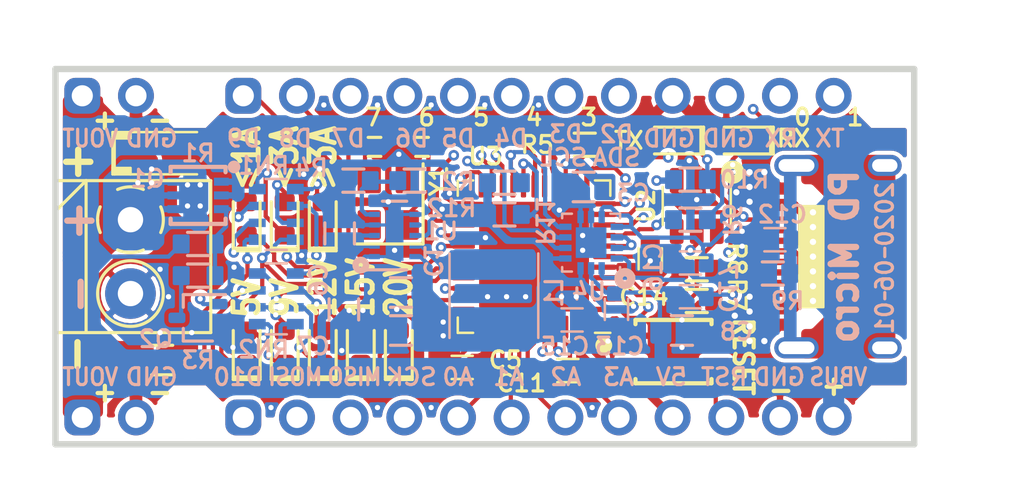
<source format=kicad_pcb>
(kicad_pcb (version 20171130) (host pcbnew "(5.1.8)-1")
  (layers (0 F.Cu signal) (1 In1.Cu signal) (2 In2.Cu signal) (31 B.Cu signal) (34 B.Paste user) (35 F.Paste user) (36 B.SilkS user) (37 F.SilkS user) (38 B.Mask user) (39 F.Mask user) (44 Edge.Cuts user))
  (net 0 "")
  (net 1 GND)
  (net 2 /CC1)
  (net 3 /CC2)
  (net 4 /SHIELD)
  (net 5 /DN)
  (net 6 /DP)
  (net 7 +5V)
  (net 8 VBUS)
  (net 9 "Net-(D4-Pad2)")
  (net 10 "Net-(D6-Pad2)")
  (net 11 "Net-(D7-Pad2)")
  (net 12 "Net-(D8-Pad2)")
  (net 13 "Net-(D9-Pad2)")
  (net 14 PC7)
  (net 15 PF0)
  (net 16 PF1)
  (net 17 PB7)
  (net 18 PD6)
  (net 19 PE2)
  (net 20 D10)
  (net 21 MOSI)
  (net 22 MISO)
  (net 23 SCK)
  (net 24 A0)
  (net 25 A1)
  (net 26 A2)
  (net 27 A3)
  (net 28 D9)
  (net 29 D8)
  (net 30 D7)
  (net 31 D6)
  (net 32 D5)
  (net 33 D4)
  (net 34 D3)
  (net 35 D2)
  (net 36 RXI)
  (net 37 TXO)
  (net 38 RESET)
  (net 39 "Net-(U1-Pad7)")
  (net 40 /SW1)
  (net 41 "Net-(C10-Pad1)")
  (net 42 "Net-(D2-Pad2)")
  (net 43 "Net-(D3-Pad2)")
  (net 44 "Net-(C11-Pad1)")
  (net 45 "Net-(R7-Pad1)")
  (net 46 "Net-(Q1-Pad3)")
  (net 47 "Net-(Q2-Pad3)")
  (net 48 "Net-(C9-Pad1)")
  (net 49 "Net-(C14-Pad1)")
  (net 50 "Net-(D5-Pad1)")
  (net 51 "Net-(D10-Pad2)")
  (net 52 "Net-(D11-Pad1)")
  (net 53 "Net-(R2-Pad2)")
  (net 54 "Net-(R6-Pad2)")
  (net 55 "Net-(R8-Pad1)")
  (net 56 "Net-(R10-Pad2)")
  (net 57 /OUT)
  (module -Connector:HRO-TYPE-C-31-M-12 (layer F.Cu) (at 172.8 100 90)
    (fp_text reference USB1)
    (fp_text value HRO-TYPE-C-31-M-12)
    (pad 12 smd rect (at 3.225 -7.695 90) (size 0.575 1.45) (layers F.Cu F.Paste F.Mask) (net 1 GND))
    (pad 1 smd rect (at -3.225 -7.695 90) (size 0.575 1.45) (layers F.Cu F.Paste F.Mask) (net 1 GND))
    (pad 11 smd rect (at 2.45 -7.695 90) (size 0.575 1.45) (layers F.Cu F.Paste F.Mask) (net 8 VBUS))
    (pad 2 smd rect (at -2.45 -7.695 90) (size 0.575 1.45) (layers F.Cu F.Paste F.Mask) (net 8 VBUS))
    (pad 3 smd rect (at -1.75 -7.695 90) (size 0.3 1.45) (layers F.Cu F.Paste F.Mask))
    (pad 10 smd rect (at 1.75 -7.695 90) (size 0.3 1.45) (layers F.Cu F.Paste F.Mask) (net 3 /CC2))
    (pad 4 smd rect (at -1.25 -7.695 90) (size 0.3 1.45) (layers F.Cu F.Paste F.Mask) (net 2 /CC1))
    (pad 9 smd rect (at 1.25 -7.695 90) (size 0.3 1.45) (layers F.Cu F.Paste F.Mask))
    (pad 5 smd rect (at -0.75 -7.695 90) (size 0.3 1.45) (layers F.Cu F.Paste F.Mask) (net 5 /DN))
    (pad 8 smd rect (at 0.75 -7.695 90) (size 0.3 1.45) (layers F.Cu F.Paste F.Mask) (net 6 /DP))
    (pad 7 smd rect (at 0.25 -7.695 90) (size 0.3 1.45) (layers F.Cu F.Paste F.Mask) (net 5 /DN))
    (pad 6 smd rect (at -0.25 -7.695 90) (size 0.3 1.45) (layers F.Cu F.Paste F.Mask) (net 6 /DP))
    (pad "" np_thru_hole circle (at 2.89 -6.25 90) (size 0.65 0.65) (drill 0.65) (layers *.Cu *.Mask Eco2.User))
    (pad "" np_thru_hole circle (at -2.89 -6.25 90) (size 0.65 0.65) (drill 0.65) (layers *.Cu *.Mask Eco2.User))
    (pad 13 thru_hole oval (at -4.32 -6.78 90) (size 1 2.1) (drill oval 0.6 1.7) (layers *.Cu *.Mask Eco2.User) (net 4 /SHIELD))
    (pad 13 thru_hole oval (at 4.32 -6.78 90) (size 1 2.1) (drill oval 0.6 1.7) (layers *.Cu *.Mask Eco2.User) (net 4 /SHIELD))
    (pad 13 thru_hole oval (at -4.32 -2.6 90) (size 1 1.6) (drill oval 0.6 1.2) (layers *.Cu *.Mask Eco2.User) (net 4 /SHIELD))
    (pad 13 thru_hole oval (at 4.32 -2.6 90) (size 1 1.6) (drill oval 0.6 1.2) (layers *.Cu *.Mask Eco2.User) (net 4 /SHIELD))
  )
  (module -Connector:TerminalBlock_3.5mm_2P (layer F.Cu) (at 134.5 100 270)
    (fp_text reference J3)
    (fp_text value Conn_01x02)
    (pad 1 thru_hole roundrect (at -1.75 0 270) (size 2.4 2.4) (drill 1.2) (layers *.Cu *.Mask) (net 57 /OUT))
    (pad 2 thru_hole circle (at 1.75 0 270) (size 2.4 2.4) (drill 1.2) (layers *.Cu *.Mask) (net 1 GND))
  )
  (module -Passive:L_4012 (layer B.Cu) (at 151.7 101.85 270)
    (fp_text reference L1 (at -0.15 -2.85 90) (layer B.SilkS) (effects (font (size 0.8 0.8)) (justify mirror)))
    (fp_text value 10uH)
    (pad 2 smd roundrect (at 1.5 0 270) (size 1.4 3.9) (layers B.Cu B.Paste B.Mask) (roundrect_rratio 0.1) (net 7 +5V))
    (pad 1 smd roundrect (at -1.5 0 270) (size 1.4 3.9) (layers B.Cu B.Paste B.Mask) (roundrect_rratio 0.1) (net 40 /SW1))
  )
  (module -Chip:DFN-2523-6 (layer B.Cu) (at 137.7 97.1 180)
    (fp_text reference Q1 (at 2.4 0.8) (layer B.SilkS) (effects (font (size 0.8 0.8)) (justify mirror)))
    (fp_text value DMP3017SFK hide)
    (pad 1 smd rect (at -1.1 0.65 180) (size 0.7 0.38) (layers B.Cu B.Paste B.Mask) (net 8 VBUS))
    (pad 2 smd rect (at -1.1 0 180) (size 0.7 0.38) (layers B.Cu B.Paste B.Mask) (net 8 VBUS))
    (pad 3 smd rect (at -1.1 -0.65 180) (size 0.7 0.38) (layers B.Cu B.Paste B.Mask) (net 46 "Net-(Q1-Pad3)"))
    (pad 4 smd rect (at 1.1 -0.65 180) (size 0.7 0.38) (layers B.Cu B.Paste B.Mask) (net 57 /OUT))
    (pad 5 smd rect (at 1.1 0 180) (size 0.7 0.38) (layers B.Cu B.Paste B.Mask) (net 57 /OUT))
    (pad 6 smd rect (at 1.1 0.65 180) (size 0.7 0.38) (layers B.Cu B.Paste B.Mask) (net 57 /OUT))
    (pad 6 smd roundrect (at 0.21 0 180) (size 1.38 1.7) (layers B.Cu B.Paste B.Mask) (roundrect_rratio 0.145) (net 57 /OUT))
  )
  (module -Discrete:Crystal_SMD_3225-4Pin_3.2x2.5mm (layer F.Cu) (at 146.7 97.4 90)
    (fp_text reference Y1 (at 1 2.4 270) (layer F.SilkS) (effects (font (size 0.8 0.8))))
    (fp_text value 16MHz)
    (pad 1 smd roundrect (at -1.1 0.9 90) (size 1.4 1.1) (layers F.Cu F.Paste F.Mask) (roundrect_rratio 0.1) (net 48 "Net-(C9-Pad1)"))
    (pad 2 smd roundrect (at 1.1 0.9 90) (size 1.4 1.1) (layers F.Cu F.Paste F.Mask) (roundrect_rratio 0.1))
    (pad 3 smd roundrect (at 1.1 -0.9 90) (size 1.4 1.1) (layers F.Cu F.Paste F.Mask) (roundrect_rratio 0.1) (net 41 "Net-(C10-Pad1)"))
    (pad 4 smd roundrect (at -1.1 -0.9 90) (size 1.4 1.1) (layers F.Cu F.Paste F.Mask) (roundrect_rratio 0.1))
  )
  (module -Hole:D1_8_PAD (layer F.Cu) (at 170.32 92.38)
    (fp_text reference H4 hide)
    (fp_text value MountingHole)
    (pad "" np_thru_hole circle (at 0 0) (size 1.8 1.8) (drill 1.8) (layers *.Cu *.Mask))
  )
  (module -Hole:D1_8_PAD (layer F.Cu) (at 170.32 107.62)
    (fp_text reference H3 hide)
    (fp_text value MountingHole)
    (pad "" np_thru_hole circle (at 0 0) (size 1.8 1.8) (drill 1.8) (layers *.Cu *.Mask))
  )
  (module -Hole:D1_8_PAD (layer F.Cu) (at 137.3 107.62)
    (fp_text reference H2 hide)
    (fp_text value MountingHole)
    (pad "" np_thru_hole circle (at 0 0) (size 1.8 1.8) (drill 1.8) (layers *.Cu *.Mask))
  )
  (module -Hole:D1_8_PAD (layer F.Cu) (at 137.3 92.38)
    (fp_text reference H1 hide)
    (fp_text value MountingHole)
    (pad "" np_thru_hole circle (at 0 0) (size 1.8 1.8) (drill 1.8) (layers *.Cu *.Mask))
  )
  (module -Chip:WQFN-14-1EP_2.5x2.5mm_P0.5mm_EP1.45x1.45mm (layer B.Cu) (at 156.3 99.3375 180)
    (fp_text reference U4 (at 0.1 -2.3125) (layer B.SilkS) (effects (font (size 0.8 0.8)) (justify mirror)))
    (fp_text value FUSB302BMPX)
    (pad 15 smd rect (at 0 0 90) (size 1.45 1.45) (layers B.Cu B.Mask) (net 1 GND))
    (pad 10 smd rect (at -0.5 1.215 90) (size 0.58 0.3) (layers B.Cu B.Paste B.Mask) (net 3 /CC2))
    (pad 1 smd oval (at -0.5 -1.45) (size 0.2 0.4) (layers B.Cu B.Paste B.Mask) (net 2 /CC1))
    (pad 5 smd oval (at 1.45 -0.25 270) (size 0.2 0.4) (layers B.Cu B.Paste B.Mask) (net 30 D7))
    (pad 6 smd oval (at 1.45 0.25 270) (size 0.2 0.4) (layers B.Cu B.Paste B.Mask) (net 34 D3))
    (pad 9 smd oval (at 0 1.45) (size 0.2 0.4) (layers B.Cu B.Paste B.Mask) (net 1 GND))
    (pad 14 smd rect (at -1.215 -0.75 90) (size 0.3 0.58) (layers B.Cu B.Paste B.Mask) (net 2 /CC1))
    (pad 8 smd rect (at 0.5 1.215 90) (size 0.58 0.3) (layers B.Cu B.Paste B.Mask) (net 1 GND))
    (pad 3 smd oval (at 0.5 -1.45) (size 0.2 0.4) (layers B.Cu B.Paste B.Mask) (net 7 +5V))
    (pad 7 smd oval (at 1.45 0.75 270) (size 0.2 0.4) (layers B.Cu B.Paste B.Mask) (net 35 D2))
    (pad 4 smd oval (at 1.45 -0.75 270) (size 0.2 0.4) (layers B.Cu B.Paste B.Mask) (net 7 +5V))
    (pad 8 smd oval (at 0.5 1.45) (size 0.2 0.4) (layers B.Cu B.Paste B.Mask) (net 1 GND))
    (pad 13 smd rect (at -1.215 -0.25 90) (size 0.3 0.58) (layers B.Cu B.Paste B.Mask) (net 7 +5V))
    (pad 6 smd rect (at 1.215 0.25 90) (size 0.3 0.58) (layers B.Cu B.Paste B.Mask) (net 34 D3))
    (pad 7 smd rect (at 1.215 0.75 90) (size 0.3 0.58) (layers B.Cu B.Paste B.Mask) (net 35 D2))
    (pad 5 smd rect (at 1.215 -0.25 90) (size 0.3 0.58) (layers B.Cu B.Paste B.Mask) (net 30 D7))
    (pad 9 smd rect (at 0 1.215 90) (size 0.58 0.3) (layers B.Cu B.Paste B.Mask) (net 1 GND))
    (pad 12 smd oval (at -1.45 0.25 90) (size 0.2 0.4) (layers B.Cu B.Paste B.Mask) (net 7 +5V))
    (pad 11 smd oval (at -1.45 0.75 90) (size 0.2 0.4) (layers B.Cu B.Paste B.Mask) (net 3 /CC2))
    (pad 4 smd rect (at 1.215 -0.75 90) (size 0.3 0.58) (layers B.Cu B.Paste B.Mask) (net 7 +5V))
    (pad 1 smd rect (at -0.5 -1.215 90) (size 0.58 0.3) (layers B.Cu B.Paste B.Mask) (net 2 /CC1))
    (pad 2 smd oval (at 0 -1.45) (size 0.2 0.4) (layers B.Cu B.Paste B.Mask) (net 8 VBUS))
    (pad 14 smd oval (at -1.45 -0.75 90) (size 0.2 0.4) (layers B.Cu B.Paste B.Mask) (net 2 /CC1))
    (pad 13 smd oval (at -1.45 -0.25 90) (size 0.2 0.4) (layers B.Cu B.Paste B.Mask) (net 7 +5V))
    (pad 11 smd rect (at -1.215 0.75 90) (size 0.3 0.58) (layers B.Cu B.Paste B.Mask) (net 3 /CC2))
    (pad 12 smd rect (at -1.215 0.25 90) (size 0.3 0.58) (layers B.Cu B.Paste B.Mask) (net 7 +5V))
    (pad 10 smd oval (at -0.5 1.45) (size 0.2 0.4) (layers B.Cu B.Paste B.Mask) (net 3 /CC2))
    (pad 2 smd rect (at 0 -1.215 90) (size 0.58 0.3) (layers B.Cu B.Paste B.Mask) (net 8 VBUS))
    (pad 3 smd rect (at 0.5 -1.215 90) (size 0.58 0.3) (layers B.Cu B.Paste B.Mask) (net 7 +5V))
  )
  (module -Discrete:SOT-323_SC-70 (layer B.Cu) (at 137.7 102.9 180)
    (fp_text reference Q2 (at 2 -1) (layer B.SilkS) (effects (font (size 0.8 0.8)) (justify mirror)))
    (fp_text value DTC143E)
    (pad 1 smd roundrect (at -1 0.65 270) (size 0.5 0.8) (layers B.Cu B.Paste B.Mask) (net 20 D10))
    (pad 2 smd roundrect (at -1 -0.65 270) (size 0.5 0.8) (layers B.Cu B.Paste B.Mask) (net 1 GND))
    (pad 3 smd roundrect (at 1 0 270) (size 0.5 0.8) (layers B.Cu B.Paste B.Mask) (net 47 "Net-(Q2-Pad3)"))
  )
  (module -Discrete:D_SOD-123 (layer F.Cu) (at 136 95.1)
    (fp_text reference D1)
    (fp_text value SMF22A)
    (pad 1 smd rect (at -1.65 0) (size 0.9 1.2) (layers F.Cu F.Paste F.Mask) (net 57 /OUT))
    (pad 2 smd rect (at 1.65 0) (size 0.9 1.2) (layers F.Cu F.Paste F.Mask) (net 1 GND))
  )
  (module -Passive:R_0603 (layer B.Cu) (at 137.7 100.9 180)
    (fp_text reference R3 (at 0 -4 180) (layer B.SilkS) (effects (font (size 0.8 0.8)) (justify mirror)))
    (fp_text value 1k)
    (pad 1 smd roundrect (at -0.8 0 180) (size 0.8 0.9) (layers B.Cu B.Paste B.Mask) (roundrect_rratio 0.1) (net 46 "Net-(Q1-Pad3)"))
    (pad 2 smd roundrect (at 0.8 0 180) (size 0.8 0.9) (layers B.Cu B.Paste B.Mask) (roundrect_rratio 0.1) (net 47 "Net-(Q2-Pad3)"))
  )
  (module -Passive:R_0603 (layer B.Cu) (at 137.7 99.4)
    (fp_text reference R1 (at 0 -4.3 180) (layer B.SilkS) (effects (font (size 0.8 0.8)) (justify mirror)))
    (fp_text value 10k)
    (pad 1 smd roundrect (at -0.8 0) (size 0.8 0.9) (layers B.Cu B.Paste B.Mask) (roundrect_rratio 0.1) (net 8 VBUS))
    (pad 2 smd roundrect (at 0.8 0) (size 0.8 0.9) (layers B.Cu B.Paste B.Mask) (roundrect_rratio 0.1) (net 46 "Net-(Q1-Pad3)"))
  )
  (module -Passive:C_0805 (layer F.Cu) (at 136 104.9)
    (fp_text reference C4)
    (fp_text value "1uF 50V")
    (pad 1 smd roundrect (at -1 0) (size 1 1.25) (layers F.Cu F.Paste F.Mask) (roundrect_rratio 0.15) (net 57 /OUT))
    (pad 2 smd roundrect (at 1 0) (size 1 1.25) (layers F.Cu F.Paste F.Mask) (roundrect_rratio 0.15) (net 1 GND))
  )
  (module -Discrete:LED_0603_1608Metric (layer F.Cu) (at 163.4 94.5 180)
    (fp_text reference D5)
    (fp_text value LED)
    (pad 1 smd roundrect (at -0.7875 0 180) (size 0.875 0.95) (layers F.Cu F.Paste F.Mask) (net 50 "Net-(D5-Pad1)"))
    (pad 2 smd roundrect (at 0.7875 0 180) (size 0.875 0.95) (layers F.Cu F.Paste F.Mask) (net 7 +5V))
  )
  (module -Discrete:LED_0603_1608Metric (layer F.Cu) (at 160.1 94.5 180)
    (fp_text reference D11)
    (fp_text value LED)
    (pad 1 smd roundrect (at -0.7875 0 180) (size 0.875 0.95) (layers F.Cu F.Paste F.Mask) (net 52 "Net-(D11-Pad1)"))
    (pad 2 smd roundrect (at 0.7875 0 180) (size 0.875 0.95) (layers F.Cu F.Paste F.Mask) (net 7 +5V))
  )
  (module -Discrete:LED_0603_1608Metric (layer F.Cu) (at 141.8 104.3 90)
    (fp_text reference D9)
    (fp_text value LED)
    (pad 1 smd roundrect (at -0.7875 0 90) (size 0.875 0.95) (layers F.Cu F.Paste F.Mask) (net 16 PF1))
    (pad 2 smd roundrect (at 0.7875 0 90) (size 0.875 0.95) (layers F.Cu F.Paste F.Mask) (net 13 "Net-(D9-Pad2)"))
  )
  (module -Discrete:LED_0603_1608Metric (layer F.Cu) (at 140 104.3 90)
    (fp_text reference D10)
    (fp_text value LED)
    (pad 1 smd roundrect (at -0.7875 0 90) (size 0.875 0.95) (layers F.Cu F.Paste F.Mask) (net 19 PE2))
    (pad 2 smd roundrect (at 0.7875 0 90) (size 0.875 0.95) (layers F.Cu F.Paste F.Mask) (net 51 "Net-(D10-Pad2)"))
  )
  (module -Discrete:LED_0603_1608Metric (layer F.Cu) (at 145.4 104.3 90)
    (fp_text reference D7)
    (fp_text value LED)
    (pad 1 smd roundrect (at -0.7875 0 90) (size 0.875 0.95) (layers F.Cu F.Paste F.Mask) (net 17 PB7))
    (pad 2 smd roundrect (at 0.7875 0 90) (size 0.875 0.95) (layers F.Cu F.Paste F.Mask) (net 11 "Net-(D7-Pad2)"))
  )
  (module -Discrete:LED_0603_1608Metric (layer F.Cu) (at 143.6 98.2 90)
    (fp_text reference D2)
    (fp_text value LED)
    (pad 1 smd roundrect (at -0.7875 0 90) (size 0.875 0.95) (layers F.Cu F.Paste F.Mask) (net 1 GND))
    (pad 2 smd roundrect (at 0.7875 0 90) (size 0.875 0.95) (layers F.Cu F.Paste F.Mask) (net 42 "Net-(D2-Pad2)"))
  )
  (module -Discrete:LED_0603_1608Metric (layer F.Cu) (at 143.6 104.3 90)
    (fp_text reference D8)
    (fp_text value LED)
    (pad 1 smd roundrect (at -0.7875 0 90) (size 0.875 0.95) (layers F.Cu F.Paste F.Mask) (net 15 PF0))
    (pad 2 smd roundrect (at 0.7875 0 90) (size 0.875 0.95) (layers F.Cu F.Paste F.Mask) (net 12 "Net-(D8-Pad2)"))
  )
  (module -Discrete:LED_0603_1608Metric (layer F.Cu) (at 141.8 98.2 90)
    (fp_text reference D4)
    (fp_text value LED)
    (pad 1 smd roundrect (at -0.7875 0 90) (size 0.875 0.95) (layers F.Cu F.Paste F.Mask) (net 18 PD6))
    (pad 2 smd roundrect (at 0.7875 0 90) (size 0.875 0.95) (layers F.Cu F.Paste F.Mask) (net 9 "Net-(D4-Pad2)"))
  )
  (module -Discrete:LED_0603_1608Metric (layer F.Cu) (at 140 98.2 90)
    (fp_text reference D3)
    (fp_text value LED)
    (pad 1 smd roundrect (at -0.7875 0 90) (size 0.875 0.95) (layers F.Cu F.Paste F.Mask) (net 14 PC7))
    (pad 2 smd roundrect (at 0.7875 0 90) (size 0.875 0.95) (layers F.Cu F.Paste F.Mask) (net 43 "Net-(D3-Pad2)"))
  )
  (module -Discrete:LED_0603_1608Metric (layer F.Cu) (at 147.2 104.3 90)
    (fp_text reference D6)
    (fp_text value LED)
    (pad 1 smd roundrect (at -0.7875 0 90) (size 0.875 0.95) (layers F.Cu F.Paste F.Mask) (net 1 GND))
    (pad 2 smd roundrect (at 0.7875 0 90) (size 0.875 0.95) (layers F.Cu F.Paste F.Mask) (net 10 "Net-(D6-Pad2)"))
  )
  (module -Chip:QFN-44-1EP_7x7mm_P0.5mm_EP5.2x5.2mm (layer F.Cu) (at 153.6 100 180)
    (fp_text reference U3 (at 2.3 4.75 180) (layer F.SilkS) (effects (font (size 0.8 0.8))))
    (fp_text value ATmega32U4-MU)
    (pad 45 smd roundrect (at 0 0 180) (size 5.2 5.2) (layers F.Cu F.Mask) (roundrect_rratio 0.048077) (net 1 GND))
    (pad 1 smd roundrect (at -3.3375 -2.5 180) (size 1.075 0.25) (layers F.Cu F.Paste F.Mask) (net 30 D7))
    (pad 2 smd roundrect (at -3.3375 -2 180) (size 1.075 0.25) (layers F.Cu F.Paste F.Mask) (net 7 +5V))
    (pad 3 smd roundrect (at -3.3375 -1.5 180) (size 1.075 0.25) (layers F.Cu F.Paste F.Mask) (net 45 "Net-(R7-Pad1)"))
    (pad 4 smd roundrect (at -3.3375 -1 180) (size 1.075 0.25) (layers F.Cu F.Paste F.Mask) (net 55 "Net-(R8-Pad1)"))
    (pad 5 smd roundrect (at -3.3375 -0.5 180) (size 1.075 0.25) (layers F.Cu F.Paste F.Mask) (net 1 GND))
    (pad 6 smd roundrect (at -3.3375 0 180) (size 1.075 0.25) (layers F.Cu F.Paste F.Mask) (net 49 "Net-(C14-Pad1)"))
    (pad 7 smd roundrect (at -3.3375 0.5 180) (size 1.075 0.25) (layers F.Cu F.Paste F.Mask) (net 7 +5V))
    (pad 8 smd roundrect (at -3.3375 1 180) (size 1.075 0.25) (layers F.Cu F.Paste F.Mask) (net 54 "Net-(R6-Pad2)"))
    (pad 9 smd roundrect (at -3.3375 1.5 180) (size 1.075 0.25) (layers F.Cu F.Paste F.Mask) (net 23 SCK))
    (pad 10 smd roundrect (at -3.3375 2 180) (size 1.075 0.25) (layers F.Cu F.Paste F.Mask) (net 21 MOSI))
    (pad 11 smd roundrect (at -3.3375 2.5 180) (size 1.075 0.25) (layers F.Cu F.Paste F.Mask) (net 22 MISO))
    (pad 12 smd roundrect (at -2.5 3.3375 180) (size 0.25 1.075) (layers F.Cu F.Paste F.Mask) (net 17 PB7))
    (pad 13 smd roundrect (at -2 3.3375 180) (size 0.25 1.075) (layers F.Cu F.Paste F.Mask) (net 38 RESET))
    (pad 14 smd roundrect (at -1.5 3.3375 180) (size 0.25 1.075) (layers F.Cu F.Paste F.Mask) (net 7 +5V))
    (pad 15 smd roundrect (at -1 3.3375 180) (size 0.25 1.075) (layers F.Cu F.Paste F.Mask) (net 1 GND))
    (pad 16 smd roundrect (at -0.5 3.3375 180) (size 0.25 1.075) (layers F.Cu F.Paste F.Mask) (net 41 "Net-(C10-Pad1)"))
    (pad 17 smd roundrect (at 0 3.3375 180) (size 0.25 1.075) (layers F.Cu F.Paste F.Mask) (net 48 "Net-(C9-Pad1)"))
    (pad 18 smd roundrect (at 0.5 3.3375 180) (size 0.25 1.075) (layers F.Cu F.Paste F.Mask) (net 34 D3))
    (pad 19 smd roundrect (at 1 3.3375 180) (size 0.25 1.075) (layers F.Cu F.Paste F.Mask) (net 35 D2))
    (pad 20 smd roundrect (at 1.5 3.3375 180) (size 0.25 1.075) (layers F.Cu F.Paste F.Mask) (net 36 RXI))
    (pad 21 smd roundrect (at 2 3.3375 180) (size 0.25 1.075) (layers F.Cu F.Paste F.Mask) (net 37 TXO))
    (pad 22 smd roundrect (at 2.5 3.3375 180) (size 0.25 1.075) (layers F.Cu F.Paste F.Mask) (net 56 "Net-(R10-Pad2)"))
    (pad 23 smd roundrect (at 3.3375 2.5 180) (size 1.075 0.25) (layers F.Cu F.Paste F.Mask) (net 1 GND))
    (pad 24 smd roundrect (at 3.3375 2 180) (size 1.075 0.25) (layers F.Cu F.Paste F.Mask) (net 7 +5V))
    (pad 25 smd roundrect (at 3.3375 1.5 180) (size 1.075 0.25) (layers F.Cu F.Paste F.Mask) (net 33 D4))
    (pad 26 smd roundrect (at 3.3375 1 180) (size 1.075 0.25) (layers F.Cu F.Paste F.Mask) (net 18 PD6))
    (pad 27 smd roundrect (at 3.3375 0.5 180) (size 1.075 0.25) (layers F.Cu F.Paste F.Mask) (net 31 D6))
    (pad 28 smd roundrect (at 3.3375 0 180) (size 1.075 0.25) (layers F.Cu F.Paste F.Mask) (net 29 D8))
    (pad 29 smd roundrect (at 3.3375 -0.5 180) (size 1.075 0.25) (layers F.Cu F.Paste F.Mask) (net 28 D9))
    (pad 30 smd roundrect (at 3.3375 -1 180) (size 1.075 0.25) (layers F.Cu F.Paste F.Mask) (net 20 D10))
    (pad 31 smd roundrect (at 3.3375 -1.5 180) (size 1.075 0.25) (layers F.Cu F.Paste F.Mask) (net 32 D5))
    (pad 32 smd roundrect (at 3.3375 -2 180) (size 1.075 0.25) (layers F.Cu F.Paste F.Mask) (net 14 PC7))
    (pad 33 smd roundrect (at 3.3375 -2.5 180) (size 1.075 0.25) (layers F.Cu F.Paste F.Mask) (net 19 PE2))
    (pad 34 smd roundrect (at 2.5 -3.3375 180) (size 0.25 1.075) (layers F.Cu F.Paste F.Mask) (net 7 +5V))
    (pad 35 smd roundrect (at 2 -3.3375 180) (size 0.25 1.075) (layers F.Cu F.Paste F.Mask) (net 1 GND))
    (pad 36 smd roundrect (at 1.5 -3.3375 180) (size 0.25 1.075) (layers F.Cu F.Paste F.Mask) (net 24 A0))
    (pad 37 smd roundrect (at 1 -3.3375 180) (size 0.25 1.075) (layers F.Cu F.Paste F.Mask) (net 25 A1))
    (pad 38 smd roundrect (at 0.5 -3.3375 180) (size 0.25 1.075) (layers F.Cu F.Paste F.Mask) (net 26 A2))
    (pad 39 smd roundrect (at 0 -3.3375 180) (size 0.25 1.075) (layers F.Cu F.Paste F.Mask) (net 27 A3))
    (pad 40 smd roundrect (at -0.5 -3.3375 180) (size 0.25 1.075) (layers F.Cu F.Paste F.Mask) (net 16 PF1))
    (pad 41 smd roundrect (at -1 -3.3375 180) (size 0.25 1.075) (layers F.Cu F.Paste F.Mask) (net 15 PF0))
    (pad 42 smd roundrect (at -1.5 -3.3375 180) (size 0.25 1.075) (layers F.Cu F.Paste F.Mask) (net 44 "Net-(C11-Pad1)"))
    (pad 43 smd roundrect (at -2 -3.3375 180) (size 0.25 1.075) (layers F.Cu F.Paste F.Mask) (net 1 GND))
    (pad 44 smd roundrect (at -2.5 -3.3375 180) (size 0.25 1.075) (layers F.Cu F.Paste F.Mask) (net 7 +5V))
  )
  (module -Chip:WSON-10-1EP_2x3mm_P0.5mm_EP0.84x2.4mm (layer B.Cu) (at 147 99)
    (fp_text reference U1 (at 2.2 -0.2 unlocked) (layer B.SilkS) (effects (font (size 0.8 0.8)) (justify mirror)))
    (fp_text value TPS62175DQC)
    (pad 6 smd oval (at 1.1 -1 90) (size 0.2 0.4) (layers B.Cu B.Paste B.Mask) (net 1 GND))
    (pad 7 smd oval (at 1.1 -0.5 90) (size 0.2 0.4) (layers B.Cu B.Paste B.Mask) (net 39 "Net-(U1-Pad7)"))
    (pad 8 smd oval (at 1.1 0 90) (size 0.2 0.4) (layers B.Cu B.Paste B.Mask) (net 7 +5V))
    (pad 10 smd oval (at 1.1 1 90) (size 0.2 0.4) (layers B.Cu B.Paste B.Mask) (net 7 +5V))
    (pad 9 smd oval (at 1.1 0.5 90) (size 0.2 0.4) (layers B.Cu B.Paste B.Mask) (net 40 /SW1))
    (pad 5 smd oval (at -1.1 -1 270) (size 0.2 0.4) (layers B.Cu B.Paste B.Mask) (net 53 "Net-(R2-Pad2)"))
    (pad 4 smd oval (at -1.1 -0.5 270) (size 0.2 0.4) (layers B.Cu B.Paste B.Mask) (net 1 GND))
    (pad 3 smd oval (at -1.1 0 270) (size 0.2 0.4) (layers B.Cu B.Paste B.Mask) (net 8 VBUS))
    (pad 2 smd oval (at -1.1 0.5 270) (size 0.2 0.4) (layers B.Cu B.Paste B.Mask) (net 8 VBUS))
    (pad 1 smd oval (at -1.1 1 270) (size 0.2 0.4) (layers B.Cu B.Paste B.Mask) (net 1 GND))
    (pad 1 smd rect (at -0.95 1) (size 0.5 0.25) (layers B.Cu B.Paste B.Mask) (net 1 GND))
    (pad 2 smd rect (at -0.95 0.5) (size 0.5 0.25) (layers B.Cu B.Paste B.Mask) (net 8 VBUS))
    (pad 3 smd rect (at -0.95 0) (size 0.5 0.25) (layers B.Cu B.Paste B.Mask) (net 8 VBUS))
    (pad 4 smd rect (at -0.95 -0.5) (size 0.5 0.25) (layers B.Cu B.Paste B.Mask) (net 1 GND))
    (pad 5 smd rect (at -0.95 -1) (size 0.5 0.25) (layers B.Cu B.Paste B.Mask) (net 53 "Net-(R2-Pad2)"))
    (pad 6 smd rect (at 0.95 -1) (size 0.5 0.25) (layers B.Cu B.Paste B.Mask) (net 1 GND))
    (pad 7 smd rect (at 0.95 -0.5) (size 0.5 0.25) (layers B.Cu B.Paste B.Mask) (net 39 "Net-(U1-Pad7)"))
    (pad 8 smd rect (at 0.95 0) (size 0.5 0.25) (layers B.Cu B.Paste B.Mask) (net 7 +5V))
    (pad 9 smd rect (at 0.95 0.5) (size 0.5 0.25) (layers B.Cu B.Paste B.Mask) (net 40 /SW1))
    (pad 10 smd rect (at 0.95 1) (size 0.5 0.25) (layers B.Cu B.Paste B.Mask) (net 7 +5V))
    (pad 11 smd rect (at 0 0) (size 0.84 2.4) (layers B.Cu B.Mask) (net 1 GND))
  )
  (module -Chip:SOT-23-6 (layer F.Cu) (at 161.3 97.6 90)
    (fp_text reference U2 (at 0 -2.4 270) (layer F.SilkS) (effects (font (size 0.8 0.8))))
    (fp_text value SRV05-4)
    (pad 4 smd roundrect (at -1.2 -0.95 270) (size 1.2 0.65) (layers F.Cu F.Paste F.Mask) (roundrect_rratio 0.2) (net 55 "Net-(R8-Pad1)"))
    (pad 1 smd roundrect (at 1.2 0.95 270) (size 1.2 0.65) (layers F.Cu F.Paste F.Mask) (roundrect_rratio 0.2) (net 3 /CC2))
    (pad 5 smd roundrect (at -1.2 0 270) (size 1.2 0.65) (layers F.Cu F.Paste F.Mask) (roundrect_rratio 0.2) (net 7 +5V))
    (pad 3 smd roundrect (at 1.2 -0.95 270) (size 1.2 0.65) (layers F.Cu F.Paste F.Mask) (roundrect_rratio 0.2) (net 2 /CC1))
    (pad 6 smd roundrect (at -1.2 0.95 270) (size 1.2 0.65) (layers F.Cu F.Paste F.Mask) (roundrect_rratio 0.2) (net 45 "Net-(R7-Pad1)"))
    (pad 2 smd roundrect (at 1.2 0 270) (size 1.2 0.65) (layers F.Cu F.Paste F.Mask) (roundrect_rratio 0.2) (net 1 GND))
  )
  (module -Switch:SW_SPST_3.5x3mm (layer F.Cu) (at 160.2 104.5)
    (fp_text reference SW1)
    (fp_text value SW_Push)
    (pad 1 smd rect (at -2 -0.75 90) (size 0.9 1.2) (layers F.Cu F.Paste F.Mask) (net 1 GND) (thermal_gap 0.18))
    (pad 2 smd rect (at -2 0.75 90) (size 0.9 1.2) (layers F.Cu F.Paste F.Mask) (net 38 RESET))
    (pad 1 smd rect (at 2 -0.75 90) (size 0.9 1.2) (layers F.Cu F.Paste F.Mask) (net 1 GND) (thermal_gap 0.18))
    (pad 2 smd rect (at 2 0.75 90) (size 0.9 1.2) (layers F.Cu F.Paste F.Mask) (net 38 RESET))
  )
  (module -Passive:C_0402 (layer F.Cu) (at 148.3 94.8 180)
    (fp_text reference C9)
    (fp_text value 22pF)
    (pad 1 smd roundrect (at -0.5 0 180) (size 0.55 0.6) (layers F.Cu F.Paste F.Mask) (roundrect_rratio 0.15) (net 48 "Net-(C9-Pad1)"))
    (pad 2 smd roundrect (at 0.5 0 180) (size 0.55 0.6) (layers F.Cu F.Paste F.Mask) (roundrect_rratio 0.15) (net 1 GND))
  )
  (module -Passive:C_0402 (layer F.Cu) (at 146.05 94.8)
    (fp_text reference C10)
    (fp_text value 22pF)
    (pad 1 smd roundrect (at -0.5 0) (size 0.55 0.6) (layers F.Cu F.Paste F.Mask) (roundrect_rratio 0.15) (net 41 "Net-(C10-Pad1)"))
    (pad 2 smd roundrect (at 0.5 0) (size 0.55 0.6) (layers F.Cu F.Paste F.Mask) (roundrect_rratio 0.15) (net 1 GND))
  )
  (module -Passive:C_0603 (layer F.Cu) (at 150.2 105.25)
    (fp_text reference C5 (at 2.05 -0.35) (layer F.SilkS) (effects (font (size 0.8 0.8))))
    (fp_text value 0.1uF)
    (pad 1 smd roundrect (at -0.75 0) (size 0.7 0.9) (layers F.Cu F.Paste F.Mask) (roundrect_rratio 0.15) (net 7 +5V))
    (pad 2 smd roundrect (at 0.75 0) (size 0.7 0.9) (layers F.Cu F.Paste F.Mask) (roundrect_rratio 0.15) (net 1 GND))
  )
  (module -Passive:C_0603 (layer F.Cu) (at 155.2 105.4)
    (fp_text reference C11 (at -2.2 0.6) (layer F.SilkS) (effects (font (size 0.8 0.8))))
    (fp_text value 0.1uF)
    (pad 1 smd roundrect (at -0.75 0) (size 0.7 0.9) (layers F.Cu F.Paste F.Mask) (roundrect_rratio 0.15) (net 44 "Net-(C11-Pad1)"))
    (pad 2 smd roundrect (at 0.75 0) (size 0.7 0.9) (layers F.Cu F.Paste F.Mask) (roundrect_rratio 0.15) (net 1 GND))
  )
  (module -Passive:C_0603 (layer B.Cu) (at 161 101.9)
    (fp_text reference C17 (at 1.75 -0.4 270 unlocked) (layer B.SilkS) (effects (font (size 0.8 0.8)) (justify mirror)))
    (fp_text value 330pF)
    (pad 1 smd roundrect (at -0.75 0) (size 0.7 0.9) (layers B.Cu B.Paste B.Mask) (roundrect_rratio 0.15) (net 1 GND))
    (pad 2 smd roundrect (at 0.75 0) (size 0.7 0.9) (layers B.Cu B.Paste B.Mask) (roundrect_rratio 0.15) (net 2 /CC1))
  )
  (module -Passive:C_0603 (layer B.Cu) (at 161 100.3)
    (fp_text reference C16 (at -1.75 0.2 90 unlocked) (layer B.SilkS) (effects (font (size 0.8 0.8)) (justify mirror)))
    (fp_text value 330pF)
    (pad 1 smd roundrect (at -0.75 0) (size 0.7 0.9) (layers B.Cu B.Paste B.Mask) (roundrect_rratio 0.15) (net 1 GND))
    (pad 2 smd roundrect (at 0.75 0) (size 0.7 0.9) (layers B.Cu B.Paste B.Mask) (roundrect_rratio 0.15) (net 3 /CC2))
  )
  (module -Passive:C_0603 (layer B.Cu) (at 155.4 103)
    (fp_text reference C15 (at -0.35 1.25) (layer B.SilkS) (effects (font (size 0.8 0.8)) (justify mirror)))
    (fp_text value 0.1uF)
    (pad 1 smd roundrect (at -0.75 0) (size 0.7 0.9) (layers B.Cu B.Paste B.Mask) (roundrect_rratio 0.15) (net 7 +5V))
    (pad 2 smd roundrect (at 0.75 0) (size 0.7 0.9) (layers B.Cu B.Paste B.Mask) (roundrect_rratio 0.15) (net 1 GND))
  )
  (module -Connector:PinHeader_1x12_P2.54mm_Vertical (layer B.Cu) (at 139.84 92.38 270)
    (fp_text reference J4)
    (fp_text value Conn_01x12)
    (pad 1 thru_hole roundrect (at 0 0 270) (size 1.7 1.7) (drill 1) (layers *.Cu *.Mask) (roundrect_rratio 0.3) (net 28 D9))
    (pad 2 thru_hole oval (at 0 -2.54 270) (size 1.7 1.7) (drill 1) (layers *.Cu *.Mask) (net 29 D8))
    (pad 3 thru_hole oval (at 0 -5.08 270) (size 1.7 1.7) (drill 1) (layers *.Cu *.Mask) (net 30 D7))
    (pad 4 thru_hole oval (at 0 -7.62 270) (size 1.7 1.7) (drill 1) (layers *.Cu *.Mask) (net 31 D6))
    (pad 5 thru_hole oval (at 0 -10.16 270) (size 1.7 1.7) (drill 1) (layers *.Cu *.Mask) (net 32 D5))
    (pad 6 thru_hole oval (at 0 -12.7 270) (size 1.7 1.7) (drill 1) (layers *.Cu *.Mask) (net 33 D4))
    (pad 7 thru_hole oval (at 0 -15.24 270) (size 1.7 1.7) (drill 1) (layers *.Cu *.Mask) (net 34 D3))
    (pad 8 thru_hole oval (at 0 -17.78 270) (size 1.7 1.7) (drill 1) (layers *.Cu *.Mask) (net 35 D2))
    (pad 9 thru_hole oval (at 0 -20.32 270) (size 1.7 1.7) (drill 1) (layers *.Cu *.Mask) (net 1 GND))
    (pad 10 thru_hole oval (at 0 -22.86 270) (size 1.7 1.7) (drill 1) (layers *.Cu *.Mask) (net 1 GND))
    (pad 11 thru_hole oval (at 0 -25.4 270) (size 1.7 1.7) (drill 1) (layers *.Cu *.Mask) (net 36 RXI))
    (pad 12 thru_hole oval (at 0 -27.94 270) (size 1.7 1.7) (drill 1) (layers *.Cu *.Mask) (net 37 TXO))
  )
  (module -Passive:R_0603 (layer B.Cu) (at 145.05 96.4 180)
    (fp_text reference R4 (at 2 0.6) (layer B.SilkS) (effects (font (size 0.8 0.8)) (justify mirror)))
    (fp_text value 51k)
    (pad 1 smd roundrect (at -0.8 0 180) (size 0.8 0.9) (layers B.Cu B.Paste B.Mask) (roundrect_rratio 0.1) (net 53 "Net-(R2-Pad2)"))
    (pad 2 smd roundrect (at 0.8 0 180) (size 0.8 0.9) (layers B.Cu B.Paste B.Mask) (roundrect_rratio 0.1) (net 1 GND))
  )
  (module -Passive:R_0603 (layer B.Cu) (at 147.95 96.4 180)
    (fp_text reference R2 (at -2.05 -0.05) (layer B.SilkS) (effects (font (size 0.8 0.8)) (justify mirror)))
    (fp_text value 270k)
    (pad 1 smd roundrect (at -0.8 0 180) (size 0.8 0.9) (layers B.Cu B.Paste B.Mask) (roundrect_rratio 0.1) (net 7 +5V))
    (pad 2 smd roundrect (at 0.8 0 180) (size 0.8 0.9) (layers B.Cu B.Paste B.Mask) (roundrect_rratio 0.1) (net 53 "Net-(R2-Pad2)"))
  )
  (module -Passive:C_0805 (layer B.Cu) (at 147.3 103.5 180)
    (fp_text reference C2)
    (fp_text value 10uF)
    (pad 1 smd roundrect (at -1 0 180) (size 1 1.25) (layers B.Cu B.Paste B.Mask) (roundrect_rratio 0.15) (net 7 +5V))
    (pad 2 smd roundrect (at 1 0 180) (size 1 1.25) (layers B.Cu B.Paste B.Mask) (roundrect_rratio 0.15) (net 1 GND))
  )
  (module -Passive:C_0805 (layer B.Cu) (at 155.95 96.7 180)
    (fp_text reference C3 (at -2.35 -0.3 unlocked) (layer B.SilkS) (effects (font (size 0.8 0.8)) (justify mirror)))
    (fp_text value 10uF)
    (pad 1 smd roundrect (at -1 0 180) (size 1 1.25) (layers B.Cu B.Paste B.Mask) (roundrect_rratio 0.15) (net 7 +5V))
    (pad 2 smd roundrect (at 1 0 180) (size 1 1.25) (layers B.Cu B.Paste B.Mask) (roundrect_rratio 0.15) (net 1 GND))
  )
  (module -Passive:C_0805 (layer B.Cu) (at 147.3 101.7 180)
    (fp_text reference C1 (at -1.5 1.5 270 unlocked) (layer B.SilkS) (effects (font (size 0.8 0.8)) (justify mirror)))
    (fp_text value 10uF)
    (pad 2 smd roundrect (at 1 0 180) (size 1 1.25) (layers B.Cu B.Paste B.Mask) (roundrect_rratio 0.15) (net 1 GND))
    (pad 1 smd roundrect (at -1 0 180) (size 1 1.25) (layers B.Cu B.Paste B.Mask) (roundrect_rratio 0.15) (net 7 +5V))
  )
  (module -Passive:R_0603 (layer B.Cu) (at 152.2 98)
    (fp_text reference R12 (at -2.5 -0.3 unlocked) (layer B.SilkS) (effects (font (size 0.8 0.8)) (justify mirror)))
    (fp_text value 2k)
    (pad 1 smd roundrect (at -0.8 0) (size 0.8 0.9) (layers B.Cu B.Paste B.Mask) (roundrect_rratio 0.1) (net 7 +5V))
    (pad 2 smd roundrect (at 0.8 0) (size 0.8 0.9) (layers B.Cu B.Paste B.Mask) (roundrect_rratio 0.1) (net 34 D3))
  )
  (module -Passive:R_0603 (layer B.Cu) (at 152.2 96.5)
    (fp_text reference R11 (at 1.9 1.8 270 unlocked) (layer B.SilkS) (effects (font (size 0.8 0.8)) (justify mirror)))
    (fp_text value 2k)
    (pad 1 smd roundrect (at -0.8 0) (size 0.8 0.9) (layers B.Cu B.Paste B.Mask) (roundrect_rratio 0.1) (net 7 +5V))
    (pad 2 smd roundrect (at 0.8 0) (size 0.8 0.9) (layers B.Cu B.Paste B.Mask) (roundrect_rratio 0.1) (net 35 D2))
  )
  (module -Passive:C_0603 (layer B.Cu) (at 157.5 102.5 270)
    (fp_text reference C13 (at 1.75 -0.15 180) (layer B.SilkS) (effects (font (size 0.8 0.8)) (justify mirror)))
    (fp_text value 0.1uF)
    (pad 1 smd roundrect (at -0.75 0 270) (size 0.7 0.9) (layers B.Cu B.Paste B.Mask) (roundrect_rratio 0.15) (net 8 VBUS))
    (pad 2 smd roundrect (at 0.75 0 270) (size 0.7 0.9) (layers B.Cu B.Paste B.Mask) (roundrect_rratio 0.15) (net 1 GND))
  )
  (module -Passive:R_0603 (layer B.Cu) (at 161 96.35 180)
    (fp_text reference R10 (at -1.3 0 unlocked) (layer B.SilkS) (effects (font (size 0.8 0.8)) (justify right mirror)))
    (fp_text value 33k)
    (pad 1 smd roundrect (at -0.8 0 180) (size 0.8 0.9) (layers B.Cu B.Paste B.Mask) (roundrect_rratio 0.1) (net 52 "Net-(D11-Pad1)"))
    (pad 2 smd roundrect (at 0.8 0 180) (size 0.8 0.9) (layers B.Cu B.Paste B.Mask) (roundrect_rratio 0.1) (net 56 "Net-(R10-Pad2)"))
  )
  (module -Passive:R_0603 (layer B.Cu) (at 161 98.25 180)
    (fp_text reference R6 (at -1.95 0 270 unlocked) (layer B.SilkS) (effects (font (size 0.8 0.8)) (justify mirror)))
    (fp_text value 33k)
    (pad 1 smd roundrect (at -0.8 0 180) (size 0.8 0.9) (layers B.Cu B.Paste B.Mask) (roundrect_rratio 0.1) (net 50 "Net-(D5-Pad1)"))
    (pad 2 smd roundrect (at 0.8 0 180) (size 0.8 0.9) (layers B.Cu B.Paste B.Mask) (roundrect_rratio 0.1) (net 54 "Net-(R6-Pad2)"))
  )
  (module -Passive:C_0603 (layer F.Cu) (at 159.1 100.1 270)
    (fp_text reference C14 (at 1.8 0.3 180) (layer F.SilkS) (effects (font (size 0.8 0.8))))
    (fp_text value 1uF)
    (pad 1 smd roundrect (at -0.75 0 270) (size 0.7 0.9) (layers F.Cu F.Paste F.Mask) (roundrect_rratio 0.15) (net 49 "Net-(C14-Pad1)"))
    (pad 2 smd roundrect (at 0.75 0 270) (size 0.7 0.9) (layers F.Cu F.Paste F.Mask) (roundrect_rratio 0.15) (net 1 GND))
  )
  (module -Passive:R_Array_Convex_4x0603 (layer B.Cu) (at 141.4 102 180)
    (fp_text reference RN2 (at 0.6 -2.4) (layer B.SilkS) (effects (font (size 0.8 0.8)) (justify mirror)))
    (fp_text value 4x33k)
    (pad 1 smd rect (at -0.9 1.2 180) (size 0.8 0.5) (layers B.Cu B.Paste B.Mask) (net 7 +5V))
    (pad 3 smd rect (at -0.9 -0.4 180) (size 0.8 0.4) (layers B.Cu B.Paste B.Mask) (net 15 PF0))
    (pad 2 smd rect (at -0.9 0.4 180) (size 0.8 0.4) (layers B.Cu B.Paste B.Mask) (net 12 "Net-(D8-Pad2)"))
    (pad 4 smd rect (at -0.9 -1.2 180) (size 0.8 0.5) (layers B.Cu B.Paste B.Mask) (net 16 PF1))
    (pad 7 smd rect (at 0.9 0.4 180) (size 0.8 0.4) (layers B.Cu B.Paste B.Mask) (net 17 PB7))
    (pad 8 smd rect (at 0.9 1.2 180) (size 0.8 0.5) (layers B.Cu B.Paste B.Mask) (net 11 "Net-(D7-Pad2)"))
    (pad 6 smd rect (at 0.9 -0.4 180) (size 0.8 0.4) (layers B.Cu B.Paste B.Mask) (net 13 "Net-(D9-Pad2)"))
    (pad 5 smd rect (at 0.9 -1.2 180) (size 0.8 0.5) (layers B.Cu B.Paste B.Mask) (net 51 "Net-(D10-Pad2)"))
  )
  (module -Passive:R_Array_Convex_4x0603 (layer B.Cu) (at 141.4 98 180)
    (fp_text reference RN1 (at 0.6 2.31) (layer B.SilkS) (effects (font (size 0.8 0.8)) (justify mirror)))
    (fp_text value 4x33k)
    (pad 1 smd rect (at -0.9 1.2 180) (size 0.8 0.5) (layers B.Cu B.Paste B.Mask) (net 42 "Net-(D2-Pad2)"))
    (pad 3 smd rect (at -0.9 -0.4 180) (size 0.8 0.4) (layers B.Cu B.Paste B.Mask) (net 9 "Net-(D4-Pad2)"))
    (pad 2 smd rect (at -0.9 0.4 180) (size 0.8 0.4) (layers B.Cu B.Paste B.Mask) (net 7 +5V))
    (pad 4 smd rect (at -0.9 -1.2 180) (size 0.8 0.5) (layers B.Cu B.Paste B.Mask) (net 19 PE2))
    (pad 7 smd rect (at 0.9 0.4 180) (size 0.8 0.4) (layers B.Cu B.Paste B.Mask) (net 43 "Net-(D3-Pad2)"))
    (pad 8 smd rect (at 0.9 1.2 180) (size 0.8 0.5) (layers B.Cu B.Paste B.Mask) (net 18 PD6))
    (pad 6 smd rect (at 0.9 -0.4 180) (size 0.8 0.4) (layers B.Cu B.Paste B.Mask) (net 14 PC7))
    (pad 5 smd rect (at 0.9 -1.2 180) (size 0.8 0.5) (layers B.Cu B.Paste B.Mask) (net 10 "Net-(D6-Pad2)"))
  )
  (module -Passive:R_0603 (layer F.Cu) (at 156 94.7)
    (fp_text reference R5 (at -2.25 0 180) (layer F.SilkS) (effects (font (size 0.8 0.8))))
    (fp_text value 10k)
    (pad 1 smd roundrect (at -0.8 0) (size 0.8 0.9) (layers F.Cu F.Paste F.Mask) (roundrect_rratio 0.1) (net 7 +5V))
    (pad 2 smd roundrect (at 0.8 0) (size 0.8 0.9) (layers F.Cu F.Paste F.Mask) (roundrect_rratio 0.1) (net 38 RESET))
  )
  (module -Passive:R_0603 (layer F.Cu) (at 161.3 100.6)
    (fp_text reference R8 (at 1.9 -0.5 270 unlocked) (layer F.SilkS) (effects (font (size 0.8 0.8))))
    (fp_text value 22R)
    (pad 1 smd roundrect (at -0.8 0) (size 0.8 0.9) (layers F.Cu F.Paste F.Mask) (roundrect_rratio 0.1) (net 55 "Net-(R8-Pad1)"))
    (pad 2 smd roundrect (at 0.8 0) (size 0.8 0.9) (layers F.Cu F.Paste F.Mask) (roundrect_rratio 0.1) (net 6 /DP))
  )
  (module -Passive:R_0603 (layer F.Cu) (at 161.3 102.1)
    (fp_text reference R7 (at 1.9 -0.3 270 unlocked) (layer F.SilkS) (effects (font (size 0.8 0.8))))
    (fp_text value 22R)
    (pad 1 smd roundrect (at -0.8 0) (size 0.8 0.9) (layers F.Cu F.Paste F.Mask) (roundrect_rratio 0.1) (net 45 "Net-(R7-Pad1)"))
    (pad 2 smd roundrect (at 0.8 0) (size 0.8 0.9) (layers F.Cu F.Paste F.Mask) (roundrect_rratio 0.1) (net 5 /DN))
  )
  (module -Connector:PinHeader_1x12_P2.54mm_Vertical (layer B.Cu) (at 139.84 107.62 270)
    (fp_text reference J5)
    (fp_text value Conn_01x12)
    (pad 1 thru_hole roundrect (at 0 0 270) (size 1.7 1.7) (drill 1) (layers *.Cu *.Mask) (roundrect_rratio 0.3) (net 20 D10))
    (pad 2 thru_hole oval (at 0 -2.54 270) (size 1.7 1.7) (drill 1) (layers *.Cu *.Mask) (net 21 MOSI))
    (pad 3 thru_hole oval (at 0 -5.08 270) (size 1.7 1.7) (drill 1) (layers *.Cu *.Mask) (net 22 MISO))
    (pad 4 thru_hole oval (at 0 -7.62 270) (size 1.7 1.7) (drill 1) (layers *.Cu *.Mask) (net 23 SCK))
    (pad 5 thru_hole oval (at 0 -10.16 270) (size 1.7 1.7) (drill 1) (layers *.Cu *.Mask) (net 24 A0))
    (pad 6 thru_hole oval (at 0 -12.7 270) (size 1.7 1.7) (drill 1) (layers *.Cu *.Mask) (net 25 A1))
    (pad 7 thru_hole oval (at 0 -15.24 270) (size 1.7 1.7) (drill 1) (layers *.Cu *.Mask) (net 26 A2))
    (pad 8 thru_hole oval (at 0 -17.78 270) (size 1.7 1.7) (drill 1) (layers *.Cu *.Mask) (net 27 A3))
    (pad 9 thru_hole oval (at 0 -20.32 270) (size 1.7 1.7) (drill 1) (layers *.Cu *.Mask) (net 7 +5V))
    (pad 10 thru_hole oval (at 0 -22.86 270) (size 1.7 1.7) (drill 1) (layers *.Cu *.Mask) (net 38 RESET))
    (pad 11 thru_hole oval (at 0 -25.4 270) (size 1.7 1.7) (drill 1) (layers *.Cu *.Mask) (net 1 GND))
    (pad 12 thru_hole oval (at 0 -27.94 270) (size 1.7 1.7) (drill 1) (layers *.Cu *.Mask) (net 8 VBUS))
  )
  (module -Connector:PinHeader_1x02_P2.54mm_Vertical (layer B.Cu) (at 132.22 92.38 270)
    (fp_text reference J2)
    (fp_text value Conn_01x02)
    (pad 2 thru_hole oval (at 0 -2.54 270) (size 1.7 1.7) (drill 1) (layers *.Cu *.Mask) (net 1 GND))
    (pad 1 thru_hole roundrect (at 0 0 270) (size 1.7 1.7) (drill 1) (layers *.Cu *.Mask) (roundrect_rratio 0.3) (net 57 /OUT))
  )
  (module -Connector:PinHeader_1x02_P2.54mm_Vertical (layer B.Cu) (at 132.22 107.62 270)
    (fp_text reference J1)
    (fp_text value Conn_01x02)
    (pad 2 thru_hole oval (at 0 -2.54 270) (size 1.7 1.7) (drill 1) (layers *.Cu *.Mask) (net 1 GND))
    (pad 1 thru_hole roundrect (at 0 0 270) (size 1.7 1.7) (drill 1) (layers *.Cu *.Mask) (roundrect_rratio 0.3) (net 57 /OUT))
  )
  (module -Passive:R_0603 (layer B.Cu) (at 164.9 100.8 180)
    (fp_text reference R9 (at -0.7 -1.3) (layer B.SilkS) (effects (font (size 0.8 0.8)) (justify mirror)))
    (fp_text value 10k)
    (pad 1 smd roundrect (at -0.8 0 180) (size 0.8 0.9) (layers B.Cu B.Paste B.Mask) (roundrect_rratio 0.1) (net 4 /SHIELD))
    (pad 2 smd roundrect (at 0.8 0 180) (size 0.8 0.9) (layers B.Cu B.Paste B.Mask) (roundrect_rratio 0.1) (net 1 GND))
  )
  (module -Passive:C_0603 (layer B.Cu) (at 165 99.2 180)
    (fp_text reference C12 (at -0.35 1.2) (layer B.SilkS) (effects (font (size 0.8 0.8)) (justify mirror)))
    (fp_text value 10nF)
    (pad 1 smd roundrect (at -0.75 0 180) (size 0.7 0.9) (layers B.Cu B.Paste B.Mask) (roundrect_rratio 0.15) (net 4 /SHIELD))
    (pad 2 smd roundrect (at 0.75 0 180) (size 0.7 0.9) (layers B.Cu B.Paste B.Mask) (roundrect_rratio 0.15) (net 1 GND))
  )
  (module -Passive:C_0805 (layer B.Cu) (at 160.6 103.5)
    (fp_text reference C8 (at 1.7 0.05 180) (layer B.SilkS) (effects (font (size 0.8 0.8)) (justify right mirror)))
    (fp_text value "1uF 50V")
    (pad 2 smd roundrect (at 1 0) (size 1 1.25) (layers B.Cu B.Paste B.Mask) (roundrect_rratio 0.15) (net 1 GND))
    (pad 1 smd roundrect (at -1 0) (size 1 1.25) (layers B.Cu B.Paste B.Mask) (roundrect_rratio 0.15) (net 8 VBUS))
  )
  (module -Passive:C_0805 (layer B.Cu) (at 144.6 102.5 270)
    (fp_text reference C7 (at 1.75 1.45) (layer B.SilkS) (effects (font (size 0.8 0.8)) (justify mirror)))
    (fp_text value "1uF 50V")
    (pad 2 smd roundrect (at 1 0 270) (size 1 1.25) (layers B.Cu B.Paste B.Mask) (roundrect_rratio 0.15) (net 1 GND))
    (pad 1 smd roundrect (at -1 0 270) (size 1 1.25) (layers B.Cu B.Paste B.Mask) (roundrect_rratio 0.15) (net 8 VBUS))
  )
  (module -Passive:C_0805 (layer B.Cu) (at 144.4 98.9 90)
    (fp_text reference C6 (at -2.2 -1 270) (layer B.SilkS) (effects (font (size 0.8 0.8)) (justify mirror)))
    (fp_text value "1uF 50V")
    (pad 2 smd roundrect (at 1 0 90) (size 1 1.25) (layers B.Cu B.Paste B.Mask) (roundrect_rratio 0.15) (net 1 GND))
    (pad 1 smd roundrect (at -1 0 90) (size 1 1.25) (layers B.Cu B.Paste B.Mask) (roundrect_rratio 0.15) (net 8 VBUS))
  )
  (gr_text SDA (at 157.5 95.3) (layer B.SilkS) (effects (font (size 0.8 0.8)) (justify mirror)))
  (gr_text 7 (at 146 93.4) (layer F.SilkS) (effects (font (size 0.8 0.8))))
  (gr_text 5 (at 151.1 93.4) (layer F.SilkS) (effects (font (size 0.8 0.8))))
  (gr_text 6 (at 148.52 93.4) (layer F.SilkS) (effects (font (size 0.8 0.8))))
  (gr_text 3 (at 156.2 93.4) (layer F.SilkS) (effects (font (size 0.8 0.8))))
  (gr_text 4 (at 153.6 93.4) (layer F.SilkS) (effects (font (size 0.8 0.8))))
  (gr_poly (pts (xy 166.15 97.6) (xy 167.3 97.6) (xy 167.3 102.4) (xy 166.15 102.4)) (layer F.SilkS) (width 0.1))
  (gr_line (start 142.1 95.9) (end 141.8 96.6) (layer F.SilkS) (width 0.2))
  (gr_line (start 141.5 95.9) (end 141.8 96.6) (layer F.SilkS) (width 0.2))
  (gr_text VOUT (at 132.6 94.4) (layer B.SilkS) (effects (font (size 0.8 0.7)) (justify mirror)))
  (gr_text GND (at 135.5 94.4) (layer B.SilkS) (effects (font (size 0.8 0.8)) (justify mirror)))
  (gr_text VOUT (at 132.6 105.7) (layer B.SilkS) (effects (font (size 0.8 0.7)) (justify mirror)))
  (gr_text GND (at 135.5 105.7) (layer B.SilkS) (effects (font (size 0.8 0.8)) (justify mirror)))
  (gr_line (start 170.2 101.7) (end 170.2 102) (layer B.SilkS) (width 0.15))
  (gr_line (start 170.2 99.6) (end 170.2 100) (layer B.SilkS) (width 0.15))
  (gr_text 01 (at 170.2 102.9 90) (layer B.SilkS) (effects (font (size 0.8 0.8)) (justify mirror)))
  (gr_text 06 (at 170.2 100.9 90) (layer B.SilkS) (effects (font (size 0.8 0.8)) (justify mirror)))
  (gr_text SCL (at 155 95.3) (layer B.SilkS) (effects (font (size 0.8 0.8)) (justify mirror)))
  (gr_text TX (at 167.6 94.4) (layer B.SilkS) (effects (font (size 0.8 0.8)) (justify mirror)))
  (gr_text RX (at 165.3 94.4) (layer B.SilkS) (effects (font (size 0.8 0.8)) (justify mirror)))
  (gr_text GND (at 162.8 94.4) (layer B.SilkS) (effects (font (size 0.8 0.8)) (justify mirror)))
  (gr_text GND (at 160 94.4) (layer B.SilkS) (effects (font (size 0.8 0.8)) (justify mirror)))
  (gr_text D2 (at 157.5 94.2) (layer B.SilkS) (effects (font (size 0.8 0.8)) (justify mirror)))
  (gr_text D3 (at 155.1 94.19) (layer B.SilkS) (effects (font (size 0.8 0.8)) (justify mirror)))
  (gr_text D4 (at 152.5 94.4) (layer B.SilkS) (effects (font (size 0.8 0.8)) (justify mirror)))
  (gr_text D5 (at 150 94.4) (layer B.SilkS) (effects (font (size 0.8 0.8)) (justify mirror)))
  (gr_text D6 (at 147.8 94.4) (layer B.SilkS) (effects (font (size 0.8 0.8)) (justify mirror)))
  (gr_text D7 (at 144.8 94.4) (layer B.SilkS) (effects (font (size 0.8 0.8)) (justify mirror)))
  (gr_text D8 (at 142.3 94.4) (layer B.SilkS) (effects (font (size 0.8 0.8)) (justify mirror)))
  (gr_text D9 (at 139.85 94.4) (layer B.SilkS) (effects (font (size 0.8 0.8)) (justify mirror)))
  (gr_text RST (at 162.6 105.7) (layer B.SilkS) (effects (font (size 0.8 0.8)) (justify mirror)))
  (gr_text VBUS (at 168 105.7) (layer B.SilkS) (effects (font (size 0.8 0.7)) (justify mirror)))
  (gr_text GND (at 165.2 105.7) (layer B.SilkS) (effects (font (size 0.8 0.8)) (justify mirror)))
  (gr_text 5V (at 160.1 105.7) (layer B.SilkS) (effects (font (size 0.8 0.8)) (justify mirror)))
  (gr_text A3 (at 157.6 105.7) (layer B.SilkS) (effects (font (size 0.8 0.8)) (justify mirror)))
  (gr_text A2 (at 155.1 105.7) (layer B.SilkS) (effects (font (size 0.8 0.8)) (justify mirror)))
  (gr_text A1 (at 152.4 105.7) (layer B.SilkS) (effects (font (size 0.8 0.8)) (justify mirror)))
  (gr_text A0 (at 150 105.7) (layer B.SilkS) (effects (font (size 0.8 0.8)) (justify mirror)))
  (gr_text D10 (at 139.6 105.7) (layer B.SilkS) (effects (font (size 0.8 0.8)) (justify mirror)))
  (gr_text SCK (at 147.8 105.7) (layer B.SilkS) (effects (font (size 0.8 0.8)) (justify mirror)))
  (gr_text MISO (at 145.1 105.7) (layer B.SilkS) (effects (font (size 0.8 0.7)) (justify mirror)))
  (gr_text MOSI (at 142.3 105.7) (layer B.SilkS) (effects (font (size 0.8 0.7)) (justify mirror)))
  (gr_text - (at 164.6 106.3) (layer F.SilkS) (effects (font (size 0.9 0.9) (thickness 0.2)) (justify left)))
  (gr_text 3A (at 141.8 95.8 90) (layer F.SilkS) (effects (font (size 1.2 1) (thickness 0.23)) (justify left)))
  (gr_text 0 (at 166.3 93.4) (layer F.SilkS) (effects (font (size 0.8 0.8))))
  (gr_text 1 (at 168.8 93.4) (layer F.SilkS) (effects (font (size 0.8 0.8))))
  (gr_text + (at 133.207143 98.19) (layer B.SilkS) (effects (font (size 1.5 1.5) (thickness 0.3)) (justify left mirror)))
  (gr_text - (at 132.25 102.89 270) (layer B.SilkS) (effects (font (size 1.5 1.5) (thickness 0.3)) (justify left mirror)))
  (gr_text 2020 (at 170.2 98 90) (layer B.SilkS) (effects (font (size 0.8 0.8)) (justify mirror)))
  (gr_text "PD Micro" (at 168.3 100 90) (layer B.SilkS) (effects (font (size 1.2 1.2) (thickness 0.3)) (justify mirror)))
  (gr_text RX (at 165 94.4) (layer F.SilkS) (effects (font (size 0.8 0.8)) (justify left)))
  (gr_text TX (at 157.3 94.5) (layer F.SilkS) (effects (font (size 0.8 0.8)) (justify left)))
  (gr_text - (at 132.1 103.5 270) (layer F.SilkS) (effects (font (size 1.5 1.5) (thickness 0.3)) (justify left)))
  (gr_text + (at 130.9 95.4) (layer F.SilkS) (effects (font (size 1.5 1.5) (thickness 0.3)) (justify left)))
  (gr_text - (at 135.2 106.4) (layer F.SilkS) (effects (font (size 0.9 0.9) (thickness 0.2)) (justify left)))
  (gr_text - (at 135.2 93.5) (layer F.SilkS) (effects (font (size 0.9 0.9) (thickness 0.2)) (justify left)))
  (gr_text + (at 132.6 93.5) (layer F.SilkS) (effects (font (size 0.9 0.9) (thickness 0.2)) (justify left)))
  (gr_text + (at 132.6 106.4) (layer F.SilkS) (effects (font (size 0.9 0.9) (thickness 0.2)) (justify left)))
  (gr_text + (at 167.1 106.1) (layer F.SilkS) (effects (font (size 0.9 0.9) (thickness 0.2)) (justify left)))
  (gr_text RESET (at 163.5 102.8 270) (layer F.SilkS) (effects (font (size 0.9 0.8) (thickness 0.2)) (justify left)))
  (gr_text 15V (at 145.4 103 90) (layer F.SilkS) (effects (font (size 1.2 1) (thickness 0.23)) (justify left)))
  (gr_text 9V (at 141.8 103 90) (layer F.SilkS) (effects (font (size 1.2 1) (thickness 0.23)) (justify left)))
  (gr_line (start 140.5 95.9) (end 140.2 96.6) (layer F.SilkS) (width 0.2))
  (gr_line (start 140.1 95.9) (end 139.8 96.6) (layer F.SilkS) (width 0.2))
  (gr_line (start 139.5 95.9) (end 139.8 96.6) (layer F.SilkS) (width 0.2))
  (gr_line (start 143.1 96.6) (end 143.4 95.9) (layer F.SilkS) (width 0.2))
  (gr_line (start 144.1 96.6) (end 143.8 95.9) (layer F.SilkS) (width 0.2))
  (gr_line (start 143.7 96.6) (end 143.4 95.9) (layer F.SilkS) (width 0.2))
  (gr_text 20V (at 147.2 103 90) (layer F.SilkS) (effects (font (size 1.2 1) (thickness 0.23)) (justify left)))
  (gr_text 12V (at 143.6 103 90) (layer F.SilkS) (effects (font (size 1.2 1) (thickness 0.23)) (justify left)))
  (gr_text 5V (at 140 103 90) (layer F.SilkS) (effects (font (size 1.2 1) (thickness 0.23)) (justify left)))
  (gr_text 3A (at 143.6 95.8 90) (layer F.SilkS) (effects (font (size 1.2 1) (thickness 0.23)) (justify left)))
  (gr_text 1A (at 140 95.8 90) (layer F.SilkS) (effects (font (size 1.2 1) (thickness 0.23)) (justify left)))
  (gr_line (start 130.95 108.89) (end 130.95 91.11) (layer Edge.Cuts) (width 0.3))
  (gr_line (start 171.59 108.89) (end 171.59 91.11) (layer Edge.Cuts) (width 0.3))
  (gr_line (start 130.95 91.11) (end 171.59 91.11) (layer Edge.Cuts) (width 0.3))
  (gr_line (start 130.95 108.89) (end 171.59 108.89) (layer Edge.Cuts) (width 0.3))
  (via (at 156.35 107.15) (size 0.5) (drill 0.25) (layers F.Cu B.Cu) (net 1))
  (via (at 157.1 104) (size 0.5) (drill 0.25) (layers F.Cu B.Cu) (net 1))
  (via (at 155.6 101.9) (size 0.5) (drill 0.25) (layers F.Cu B.Cu) (net 1))
  (via (at 154.9 101.9) (size 0.5) (drill 0.25) (layers F.Cu B.Cu) (net 1))
  (via (at 146.19 92.815) (size 0.5) (drill 0.25) (layers F.Cu B.Cu) (net 1))
  (via (at 148.73 92.815) (size 0.5) (drill 0.25) (layers F.Cu B.Cu) (net 1))
  (via (at 153.81 92.815) (size 0.5) (drill 0.25) (layers F.Cu B.Cu) (net 1))
  (via (at 151.27 92.815) (size 0.5) (drill 0.25) (layers F.Cu B.Cu) (net 1))
  (via (at 143.65 92.815) (size 0.5) (drill 0.25) (layers F.Cu B.Cu) (net 1))
  (segment (start 155.8 98.1) (end 155.8 98.95) (width 0.15) (layer B.Cu) (net 1))
  (segment (start 156.3 98.1) (end 156.3 98.95) (width 0.15) (layer B.Cu) (net 1))
  (segment (start 146.05 100) (end 146.9 100) (width 0.15) (layer B.Cu) (net 1))
  (segment (start 147.95 98) (end 147.1 98) (width 0.15) (layer B.Cu) (net 1))
  (via (at 155.9 99.7) (size 0.5) (drill 0.25) (layers F.Cu B.Cu) (net 1))
  (via (at 152.3 101.9) (size 0.5) (drill 0.25) (layers F.Cu B.Cu) (net 1))
  (via (at 153.2 101.9) (size 0.5) (drill 0.25) (layers F.Cu B.Cu) (net 1))
  (via (at 151.4 101.9) (size 0.5) (drill 0.25) (layers F.Cu B.Cu) (net 1))
  (via (at 154.8 97.8) (size 0.5) (drill 0.25) (layers F.Cu B.Cu) (net 1))
  (via (at 147 99.7) (size 0.5) (drill 0.25) (layers F.Cu B.Cu) (net 1))
  (segment (start 156.9375 100.5) (end 157.734302 100.5) (width 0.2) (layer F.Cu) (net 1))
  (segment (start 154.6 99) (end 153.6 100) (width 0.2) (layer F.Cu) (net 1))
  (segment (start 154.6 96.6625) (end 154.6 99) (width 0.2) (layer F.Cu) (net 1))
  (segment (start 154.1 100.5) (end 153.6 100) (width 0.2) (layer F.Cu) (net 1))
  (segment (start 156.9375 100.5) (end 154.1 100.5) (width 0.2) (layer F.Cu) (net 1))
  (segment (start 151.6 102) (end 153.6 100) (width 0.2) (layer F.Cu) (net 1))
  (segment (start 151.6 103.3375) (end 151.6 102) (width 0.2) (layer F.Cu) (net 1))
  (segment (start 155.6 102) (end 153.6 100) (width 0.2) (layer F.Cu) (net 1))
  (segment (start 155.6 103.3375) (end 155.6 102) (width 0.2) (layer F.Cu) (net 1))
  (segment (start 158.75 100.5) (end 159.1 100.85) (width 0.2) (layer F.Cu) (net 1))
  (segment (start 156.9375 100.5) (end 158.75 100.5) (width 0.2) (layer F.Cu) (net 1))
  (via (at 159.1 100.2) (size 0.5) (drill 0.25) (layers F.Cu B.Cu) (net 1))
  (segment (start 159.1 100.85) (end 159.1 100.2) (width 0.2) (layer F.Cu) (net 1))
  (via (at 147.2 95.15) (size 0.5) (drill 0.25) (layers F.Cu B.Cu) (net 1))
  (segment (start 151.1 97.5) (end 153.6 100) (width 0.2) (layer F.Cu) (net 1))
  (segment (start 150.2625 97.5) (end 151.1 97.5) (width 0.2) (layer F.Cu) (net 1))
  (via (at 146.7 97.4) (size 0.5) (drill 0.25) (layers F.Cu B.Cu) (net 1))
  (segment (start 151.6 104.9) (end 151.2 105.3) (width 0.2) (layer F.Cu) (net 1))
  (segment (start 151.6 103.3375) (end 151.6 104.9) (width 0.2) (layer F.Cu) (net 1))
  (segment (start 155.7 104.1) (end 155.7 105.5) (width 0.2) (layer F.Cu) (net 1))
  (segment (start 155.6 103.3375) (end 155.6 104) (width 0.2) (layer F.Cu) (net 1))
  (segment (start 155.6 104) (end 155.7 104.1) (width 0.2) (layer F.Cu) (net 1))
  (via (at 148.73 107.15) (size 0.5) (drill 0.25) (layers F.Cu B.Cu) (net 1))
  (segment (start 148.73 106.35) (end 148.73 106.985) (width 0.2) (layer F.Cu) (net 1))
  (segment (start 147.2 106.3) (end 147.2 105.0875) (width 0.2) (layer F.Cu) (net 1))
  (segment (start 147.2 95) (end 146.9 95) (width 0.2) (layer F.Cu) (net 1))
  (segment (start 146.9 95) (end 146.6 94.7) (width 0.2) (layer F.Cu) (net 1))
  (segment (start 147.2 95) (end 147.5 95) (width 0.2) (layer F.Cu) (net 1))
  (segment (start 147.5 95) (end 147.8 94.7) (width 0.2) (layer F.Cu) (net 1))
  (via (at 149.6 97) (size 0.5) (drill 0.25) (layers F.Cu B.Cu) (net 1))
  (segment (start 150.2625 97.5) (end 149.8 97.5) (width 0.2) (layer F.Cu) (net 1))
  (segment (start 149.6 97) (end 149.6 97.3) (width 0.2) (layer F.Cu) (net 1))
  (segment (start 149.6 97.3) (end 149.8 97.5) (width 0.2) (layer F.Cu) (net 1))
  (via (at 161.3 97.3) (size 0.5) (drill 0.25) (layers F.Cu B.Cu) (net 1))
  (segment (start 161.3 96.4) (end 161.3 97.35) (width 0.2) (layer F.Cu) (net 1))
  (segment (start 161.3 103.75) (end 162.2 103.75) (width 0.3) (layer F.Cu) (net 1))
  (segment (start 159.100192 103.749808) (end 161.299808 103.749808) (width 0.3) (layer F.Cu) (net 1))
  (segment (start 159.1 103.75) (end 159.100192 103.749808) (width 0.3) (layer F.Cu) (net 1))
  (segment (start 161.299808 103.749808) (end 161.3 103.75) (width 0.3) (layer F.Cu) (net 1))
  (via (at 155.9 99) (size 0.5) (drill 0.25) (layers F.Cu B.Cu) (net 1))
  (via (at 147.1 102.5) (size 0.5) (drill 0.25) (layers F.Cu B.Cu) (net 1))
  (via (at 163.45 99.507864) (size 0.5) (drill 0.25) (layers F.Cu B.Cu) (net 1))
  (via (at 163.45 98.8) (size 0.5) (drill 0.25) (layers F.Cu B.Cu) (net 1))
  (segment (start 163.45 99.507864) (end 163.45 98.8) (width 0.2) (layer F.Cu) (net 1))
  (segment (start 147 101.65) (end 147 101.7) (width 0.2) (layer B.Cu) (net 1))
  (segment (start 146.3 101.7) (end 147.1 102.5) (width 0.2) (layer B.Cu) (net 1))
  (segment (start 148.04999 104.23751) (end 147.2 105.0875) (width 0.2) (layer F.Cu) (net 1))
  (segment (start 148.04999 103.04999) (end 148.04999 104.23751) (width 0.2) (layer F.Cu) (net 1))
  (segment (start 146.4 102.5) (end 147.5 102.5) (width 0.2) (layer F.Cu) (net 1))
  (segment (start 147.5 102.5) (end 148.04999 103.04999) (width 0.2) (layer F.Cu) (net 1))
  (segment (start 147.2 97.4) (end 147.8 97.4) (width 0.2) (layer B.Cu) (net 1))
  (segment (start 147 99) (end 147 97.6) (width 0.2) (layer B.Cu) (net 1))
  (segment (start 147 97.6) (end 147.2 97.4) (width 0.2) (layer B.Cu) (net 1))
  (via (at 146.19 107.15) (size 0.5) (drill 0.25) (layers F.Cu B.Cu) (net 1))
  (segment (start 146.3 102.6) (end 146.4 102.5) (width 0.2) (layer F.Cu) (net 1))
  (segment (start 146.3 104) (end 146.3 102.6) (width 0.2) (layer F.Cu) (net 1))
  (via (at 163.8 104) (size 0.6) (drill 0.3) (layers F.Cu B.Cu) (net 1))
  (via (at 163.8 103.3) (size 0.6) (drill 0.3) (layers F.Cu B.Cu) (net 1))
  (via (at 163.8 101.9) (size 0.6) (drill 0.3) (layers F.Cu B.Cu) (net 1))
  (via (at 163.8 97.4) (size 0.6) (drill 0.3) (layers F.Cu B.Cu) (net 1))
  (via (at 163.8 96.7) (size 0.6) (drill 0.3) (layers F.Cu B.Cu) (net 1))
  (via (at 163.8 96) (size 0.6) (drill 0.3) (layers F.Cu B.Cu) (net 1))
  (via (at 163.1 102.8) (size 0.6) (drill 0.3) (layers F.Cu B.Cu) (net 1))
  (segment (start 147 99) (end 147 97.45) (width 0.6) (layer B.Cu) (net 1))
  (segment (start 147 98.85) (end 147 100.5) (width 0.6) (layer B.Cu) (net 1))
  (segment (start 146.05 98.5) (end 146.9 98.5) (width 0.15) (layer B.Cu) (net 1))
  (via (at 163.173 96.952) (size 0.6) (drill 0.3) (layers F.Cu B.Cu) (net 1))
  (via (at 160.95 95.45) (size 0.5) (drill 0.25) (layers F.Cu B.Cu) (net 1))
  (segment (start 154.9 97.5) (end 154.8 97.6) (width 0.2) (layer B.Cu) (net 1))
  (segment (start 156.3 97.595) (end 156.3 97.8875) (width 0.2) (layer B.Cu) (net 1))
  (segment (start 156.205 97.5) (end 156.3 97.595) (width 0.2) (layer B.Cu) (net 1))
  (segment (start 155.8 98.1225) (end 155.8 97.5) (width 0.2) (layer B.Cu) (net 1))
  (segment (start 156.205 97.5) (end 155.8 97.5) (width 0.2) (layer B.Cu) (net 1))
  (segment (start 155.8 97.5) (end 154.9 97.5) (width 0.2) (layer B.Cu) (net 1))
  (segment (start 160.3 100.2) (end 159.1 100.2) (width 0.2) (layer B.Cu) (net 1))
  (segment (start 160.4 100.2) (end 160.3 100.2) (width 0.2) (layer B.Cu) (net 1))
  (segment (start 161.25001 101.05001) (end 160.4 100.2) (width 0.2) (layer B.Cu) (net 1))
  (segment (start 162.49999 101.05001) (end 161.25001 101.05001) (width 0.2) (layer B.Cu) (net 1))
  (segment (start 163.45 100.1) (end 162.49999 101.05001) (width 0.2) (layer B.Cu) (net 1))
  (segment (start 163.45 99.507864) (end 163.45 100.1) (width 0.2) (layer B.Cu) (net 1))
  (segment (start 148.35 98) (end 148.1 98) (width 0.2) (layer B.Cu) (net 1))
  (segment (start 148.5 97.85) (end 148.35 98) (width 0.2) (layer B.Cu) (net 1))
  (segment (start 148.5 97.7) (end 148.5 97.85) (width 0.2) (layer B.Cu) (net 1))
  (segment (start 147.9 97.3) (end 148.1 97.3) (width 0.2) (layer B.Cu) (net 1))
  (segment (start 148.1 97.3) (end 148.5 97.7) (width 0.2) (layer B.Cu) (net 1))
  (segment (start 146.439999 106.700033) (end 146.19 106.950032) (width 0.2) (layer F.Cu) (net 1))
  (segment (start 146.840032 106.3) (end 146.439999 106.700033) (width 0.2) (layer F.Cu) (net 1))
  (segment (start 151.2 105.3) (end 150.2 106.3) (width 0.2) (layer F.Cu) (net 1))
  (segment (start 150.2 106.3) (end 146.840032 106.3) (width 0.2) (layer F.Cu) (net 1))
  (segment (start 144.33498 93.69998) (end 143.65 93.015) (width 0.2) (layer F.Cu) (net 1))
  (segment (start 146.09998 93.69998) (end 144.33498 93.69998) (width 0.2) (layer F.Cu) (net 1))
  (segment (start 145.60002 93.69998) (end 146.09998 93.69998) (width 0.2) (layer F.Cu) (net 1))
  (via (at 144.85 102.55) (size 0.5) (drill 0.25) (layers F.Cu B.Cu) (net 1))
  (segment (start 146.3 103.5) (end 146.3 103.35) (width 0.2) (layer B.Cu) (net 1))
  (segment (start 146.3 103.35) (end 145.5 102.55) (width 0.2) (layer B.Cu) (net 1))
  (via (at 144.5 104.45) (size 0.5) (drill 0.25) (layers F.Cu B.Cu) (net 1))
  (segment (start 144.69999 104.25001) (end 144.5 104.45) (width 0.2) (layer F.Cu) (net 1))
  (segment (start 146.3 104) (end 146.04999 104.25001) (width 0.2) (layer F.Cu) (net 1))
  (segment (start 146.04999 104.25001) (end 144.69999 104.25001) (width 0.2) (layer F.Cu) (net 1))
  (segment (start 145.5 102.55) (end 145.5 102.55) (width 0.2) (layer B.Cu) (net 1))
  (via (at 145.5 102.55) (size 0.5) (drill 0.25) (layers F.Cu B.Cu) (net 1))
  (segment (start 147 99.6) (end 147 99.7) (width 0.2) (layer F.Cu) (net 1))
  (segment (start 146.7 99.3) (end 147 99.6) (width 0.2) (layer F.Cu) (net 1))
  (segment (start 146.7 95.5) (end 146.7 99.3) (width 0.2) (layer F.Cu) (net 1))
  (segment (start 147.2 95.1) (end 147.1 95.1) (width 0.2) (layer F.Cu) (net 1))
  (segment (start 147.1 95.1) (end 146.7 95.5) (width 0.2) (layer F.Cu) (net 1))
  (segment (start 145 98.5) (end 144.4 97.9) (width 0.2) (layer B.Cu) (net 1))
  (segment (start 146.05 98.5) (end 145 98.5) (width 0.2) (layer B.Cu) (net 1))
  (segment (start 143.6 98.9875) (end 143.256441 98.9875) (width 0.2) (layer F.Cu) (net 1))
  (segment (start 143.6 98.9875) (end 142.7 98.0875) (width 0.2) (layer F.Cu) (net 1))
  (via (at 142.7 96.1) (size 0.5) (drill 0.25) (layers F.Cu B.Cu) (net 1))
  (segment (start 142.7 98.0875) (end 142.7 96.1) (width 0.2) (layer F.Cu) (net 1))
  (via (at 142.6 99.943941) (size 0.5) (drill 0.25) (layers F.Cu B.Cu) (net 1))
  (segment (start 142.6 99.8) (end 142.6 99.943941) (width 0.2) (layer F.Cu) (net 1))
  (segment (start 143.6 98.9875) (end 143.4125 98.9875) (width 0.2) (layer F.Cu) (net 1))
  (segment (start 143.4125 98.9875) (end 142.6 99.8) (width 0.2) (layer F.Cu) (net 1))
  (via (at 143.45 95.85) (size 0.5) (drill 0.25) (layers F.Cu B.Cu) (net 1))
  (segment (start 144.25 96.4) (end 144 96.4) (width 0.2) (layer B.Cu) (net 1))
  (segment (start 144 96.4) (end 143.4 95.8) (width 0.2) (layer B.Cu) (net 1))
  (via (at 137.4 103.6) (size 0.5) (drill 0.25) (layers F.Cu B.Cu) (net 1))
  (via (at 135.9 103.6) (size 0.5) (drill 0.25) (layers F.Cu B.Cu) (net 1))
  (segment (start 137.4 103.6) (end 135.9 103.6) (width 0.2) (layer F.Cu) (net 1))
  (segment (start 138.65 103.6) (end 137.4 103.6) (width 0.2) (layer B.Cu) (net 1))
  (segment (start 138.7 103.55) (end 138.65 103.6) (width 0.2) (layer B.Cu) (net 1))
  (via (at 139.35 104.3) (size 0.5) (drill 0.25) (layers F.Cu B.Cu) (net 1))
  (segment (start 139.4 104.2) (end 139.4 104.3) (width 0.2) (layer B.Cu) (net 1))
  (segment (start 138.7 103.55) (end 138.75 103.55) (width 0.2) (layer B.Cu) (net 1))
  (segment (start 138.75 103.55) (end 139.4 104.2) (width 0.2) (layer B.Cu) (net 1))
  (segment (start 134.76 92.38) (end 134.76 93.46) (width 0.6) (layer F.Cu) (net 1))
  (segment (start 134.76 93.46) (end 135.4 94.1) (width 0.6) (layer F.Cu) (net 1))
  (segment (start 134.76 107.62) (end 134.76 106.54) (width 0.6) (layer F.Cu) (net 1))
  (segment (start 145.6 100) (end 145.45 100.15) (width 0.2) (layer B.Cu) (net 1))
  (segment (start 146.05 100) (end 145.6 100) (width 0.2) (layer B.Cu) (net 1))
  (segment (start 145.45 100.15) (end 145.45 100.45) (width 0.2) (layer B.Cu) (net 1))
  (segment (start 145.45 100.45) (end 145.95 100.95) (width 0.2) (layer B.Cu) (net 1))
  (via (at 136.3 101.9) (size 0.5) (drill 0.25) (layers F.Cu B.Cu) (net 1))
  (via (at 135.9 100.6) (size 0.5) (drill 0.25) (layers F.Cu B.Cu) (net 1))
  (via (at 160.6 104.3) (size 0.5) (drill 0.25) (layers F.Cu B.Cu) (net 1))
  (via (at 160.6 103) (size 0.5) (drill 0.25) (layers F.Cu B.Cu) (net 1))
  (via (at 139.4 100.5) (size 0.5) (drill 0.25) (layers F.Cu B.Cu) (net 1))
  (via (at 151.3 99.1) (size 0.5) (drill 0.25) (layers F.Cu B.Cu) (net 1))
  (segment (start 160.16 92.38) (end 159.1 93.44) (width 0.5) (layer F.Cu) (net 1))
  (segment (start 160.16 92.38) (end 160.18 92.38) (width 0.5) (layer F.Cu) (net 1))
  (segment (start 160.18 92.38) (end 160.95 93.15) (width 0.5) (layer F.Cu) (net 1))
  (segment (start 146.59 95.5) (end 146.3 95.5) (width 0.2) (layer B.Cu) (net 1))
  (segment (start 146.8 95.35) (end 146.65 95.5) (width 0.2) (layer B.Cu) (net 1))
  (segment (start 147.81 95.5) (end 148 95.5) (width 0.2) (layer B.Cu) (net 1))
  (segment (start 147.35 95.1) (end 147.75 95.5) (width 0.2) (layer B.Cu) (net 1))
  (segment (start 161.3 95.8) (end 160.95 95.45) (width 0.2) (layer F.Cu) (net 1))
  (segment (start 161.3 96.4) (end 161.3 95.8) (width 0.2) (layer F.Cu) (net 1))
  (segment (start 153.59998 93.69998) (end 146.09998 93.69998) (width 0.2) (layer F.Cu) (net 1))
  (segment (start 154.450021 94.550021) (end 153.59998 93.69998) (width 0.2) (layer F.Cu) (net 1))
  (segment (start 154.450021 95.800021) (end 154.450021 94.550021) (width 0.2) (layer F.Cu) (net 1))
  (segment (start 154.6 95.95) (end 154.450021 95.800021) (width 0.2) (layer F.Cu) (net 1))
  (segment (start 154.6 96.6625) (end 154.6 95.95) (width 0.2) (layer F.Cu) (net 1))
  (segment (start 147.2 95.15) (end 146.85 95.5) (width 0.5) (layer B.Cu) (net 1))
  (segment (start 147.2 95.15) (end 147.55 95.5) (width 0.5) (layer B.Cu) (net 1))
  (segment (start 163.975 96.775) (end 163.8 96.6) (width 0.4) (layer F.Cu) (net 1))
  (segment (start 165.105 96.775) (end 163.975 96.775) (width 0.4) (layer F.Cu) (net 1))
  (segment (start 163.825 103.225) (end 163.8 103.2) (width 0.4) (layer F.Cu) (net 1))
  (segment (start 165.105 103.225) (end 163.825 103.225) (width 0.4) (layer F.Cu) (net 1))
  (segment (start 165.105 103.41999) (end 165.097204 103.41999) (width 0.4) (layer F.Cu) (net 1))
  (segment (start 165.105 103.225) (end 165.105 103.41999) (width 0.4) (layer F.Cu) (net 1))
  (segment (start 165.097204 103.41999) (end 164.658597 103.858597) (width 0.4) (layer F.Cu) (net 1))
  (via (at 164.5 104) (size 0.6) (drill 0.3) (layers F.Cu B.Cu) (net 1))
  (via (at 163.8 102.6) (size 0.6) (drill 0.3) (layers F.Cu B.Cu) (net 1))
  (via (at 164.5 96) (size 0.6) (drill 0.3) (layers F.Cu B.Cu) (net 1))
  (segment (start 165.105 96.605) (end 164.5 96) (width 0.4) (layer F.Cu) (net 1))
  (segment (start 165.105 96.775) (end 165.105 96.605) (width 0.4) (layer F.Cu) (net 1))
  (via (at 141.15 107.15) (size 0.5) (drill 0.25) (layers F.Cu B.Cu) (net 1))
  (via (at 163 101.8) (size 0.5) (drill 0.25) (layers F.Cu B.Cu) (net 2))
  (segment (start 165.4 101.25) (end 163.55 101.25) (width 0.2) (layer F.Cu) (net 2))
  (segment (start 163.55 101.25) (end 163.1 101.7) (width 0.2) (layer F.Cu) (net 2))
  (via (at 162.8 99.8) (size 0.5) (drill 0.25) (layers F.Cu B.Cu) (net 2))
  (segment (start 163 101.8) (end 161.7 101.8) (width 0.2) (layer B.Cu) (net 2))
  (segment (start 163.1 101.7) (end 163 101.8) (width 0.2) (layer B.Cu) (net 2))
  (segment (start 158.1 100.2875) (end 158.1 101) (width 0.2) (layer B.Cu) (net 2))
  (segment (start 157.5 100.0875) (end 157.9 100.0875) (width 0.2) (layer B.Cu) (net 2))
  (segment (start 157.9 100.0875) (end 158.1 100.2875) (width 0.2) (layer B.Cu) (net 2))
  (segment (start 156.9 101) (end 158.1 101) (width 0.2) (layer B.Cu) (net 2))
  (segment (start 156.8 100.6) (end 156.8 100.9) (width 0.2) (layer B.Cu) (net 2))
  (segment (start 156.8 100.9) (end 156.9 101) (width 0.2) (layer B.Cu) (net 2))
  (segment (start 160.35 97.55) (end 160.35 96.4) (width 0.2) (layer F.Cu) (net 2))
  (segment (start 160.69999 97.89999) (end 160.35 97.55) (width 0.2) (layer F.Cu) (net 2))
  (segment (start 162.63429 97.89999) (end 160.69999 97.89999) (width 0.2) (layer F.Cu) (net 2))
  (segment (start 162.9 98.1657) (end 162.63429 97.89999) (width 0.2) (layer F.Cu) (net 2))
  (segment (start 162.8 99.8) (end 162.9 99.7) (width 0.2) (layer F.Cu) (net 2))
  (segment (start 162.9 99.7) (end 162.9 98.1657) (width 0.2) (layer F.Cu) (net 2))
  (segment (start 159.6 101) (end 158 101) (width 0.2) (layer B.Cu) (net 2))
  (segment (start 159.7 101.1) (end 159.6 101) (width 0.2) (layer B.Cu) (net 2))
  (segment (start 161.55 101.95) (end 160.7 101.1) (width 0.2) (layer B.Cu) (net 2))
  (segment (start 160.7 101.1) (end 159.7 101.1) (width 0.2) (layer B.Cu) (net 2))
  (segment (start 165.4 98.25) (end 164.1 98.25) (width 0.2) (layer F.Cu) (net 3))
  (segment (start 165.4 98.25) (end 163.75 98.25) (width 0.2) (layer F.Cu) (net 3))
  (segment (start 165.4 98.25) (end 163.549998 98.25) (width 0.2) (layer F.Cu) (net 3))
  (segment (start 165.4 98.25) (end 164.15 98.25) (width 0.2) (layer F.Cu) (net 3))
  (via (at 163.5 98.1) (size 0.5) (drill 0.25) (layers F.Cu B.Cu) (net 3))
  (segment (start 165.4 98.25) (end 163.65 98.25) (width 0.2) (layer F.Cu) (net 3))
  (segment (start 163.65 98.25) (end 163.5 98.1) (width 0.2) (layer F.Cu) (net 3))
  (segment (start 161.6 99.485998) (end 161.55 99.435998) (width 0.2) (layer B.Cu) (net 3))
  (segment (start 161.55 100.6) (end 161.6 100.55) (width 0.2) (layer B.Cu) (net 3))
  (segment (start 161.6 100.55) (end 161.6 99.485998) (width 0.2) (layer B.Cu) (net 3))
  (segment (start 163.399999 98.1) (end 163.5 98.1) (width 0.2) (layer F.Cu) (net 3))
  (segment (start 162.25 96.4) (end 162.25 96.950001) (width 0.2) (layer F.Cu) (net 3))
  (segment (start 162.25 96.950001) (end 163.399999 98.1) (width 0.2) (layer F.Cu) (net 3))
  (segment (start 161.964002 99.435998) (end 161.55 99.435998) (width 0.2) (layer B.Cu) (net 3))
  (segment (start 163.5 98.1) (end 163.3 98.1) (width 0.2) (layer B.Cu) (net 3))
  (segment (start 163.3 98.1) (end 161.964002 99.435998) (width 0.2) (layer B.Cu) (net 3))
  (segment (start 161.214002 99.1) (end 161.55 99.435998) (width 0.2) (layer B.Cu) (net 3))
  (segment (start 158.7 99.1) (end 161.214002 99.1) (width 0.2) (layer B.Cu) (net 3))
  (segment (start 158.2 98.6) (end 158.7 99.1) (width 0.2) (layer B.Cu) (net 3))
  (segment (start 156.8 98.1225) (end 156.8 97.8875) (width 0.2) (layer B.Cu) (net 3))
  (segment (start 156.8 97.75) (end 156.9 97.65) (width 0.2) (layer B.Cu) (net 3))
  (segment (start 156.8 98.1225) (end 156.8 97.75) (width 0.2) (layer B.Cu) (net 3))
  (segment (start 156.9 97.65) (end 157.235998 97.65) (width 0.2) (layer B.Cu) (net 3))
  (segment (start 158.1875 98.5875) (end 157.5 98.5875) (width 0.2) (layer B.Cu) (net 3))
  (segment (start 157.235998 97.65) (end 157.635999 98.050001) (width 0.2) (layer B.Cu) (net 3))
  (segment (start 158.2 98.6) (end 158.1875 98.5875) (width 0.2) (layer B.Cu) (net 3))
  (segment (start 158.2 98.2) (end 158.2 98.6) (width 0.2) (layer B.Cu) (net 3))
  (segment (start 157.635999 98.050001) (end 158.050001 98.050001) (width 0.2) (layer B.Cu) (net 3))
  (segment (start 158.050001 98.050001) (end 158.2 98.2) (width 0.2) (layer B.Cu) (net 3))
  (segment (start 166.02 104.32) (end 166.62 104.32) (width 0.6) (layer B.Cu) (net 4))
  (segment (start 166.02 95.68) (end 170.2 95.68) (width 0.6) (layer F.Cu) (net 4))
  (segment (start 166.02 104.32) (end 170.2 104.32) (width 0.6) (layer F.Cu) (net 4))
  (segment (start 165.92 95.68) (end 166.62 95.68) (width 0.6) (layer B.Cu) (net 4))
  (segment (start 165.724999 95.875001) (end 165.92 95.68) (width 0.6) (layer B.Cu) (net 4))
  (segment (start 166.02 104.32) (end 165.724999 104.024999) (width 0.6) (layer B.Cu) (net 4))
  (segment (start 165.724999 104.024999) (end 165.724999 95.875001) (width 0.6) (layer B.Cu) (net 4))
  (segment (start 170.2 95.68) (end 170.2 104.32) (width 1) (layer F.Cu) (net 4))
  (segment (start 161.9 102) (end 161.9 102.1) (width 0.2) (layer F.Cu) (net 5))
  (segment (start 162.1 101.9) (end 162.1 102.1) (width 0.2) (layer F.Cu) (net 5))
  (segment (start 165.4 100.75) (end 163.25 100.75) (width 0.2) (layer F.Cu) (net 5))
  (segment (start 163.25 100.75) (end 162.1 101.9) (width 0.2) (layer F.Cu) (net 5))
  (segment (start 165.95 99.75) (end 164.8 99.75) (width 0.2) (layer F.Cu) (net 5))
  (segment (start 166.150001 99.950001) (end 165.95 99.75) (width 0.2) (layer F.Cu) (net 5))
  (segment (start 166.05 100.75) (end 166.1 100.7) (width 0.2) (layer F.Cu) (net 5))
  (segment (start 164.8 100.75) (end 166.05 100.75) (width 0.2) (layer F.Cu) (net 5))
  (segment (start 166.150001 100.640001) (end 166.150001 99.950001) (width 0.2) (layer F.Cu) (net 5))
  (segment (start 166.1 100.7) (end 166.1 100.690002) (width 0.2) (layer F.Cu) (net 5))
  (segment (start 166.1 100.690002) (end 166.150001 100.640001) (width 0.2) (layer F.Cu) (net 5))
  (segment (start 162.25 100.25) (end 161.9 100.6) (width 0.2) (layer F.Cu) (net 6))
  (segment (start 162.45 100.25) (end 162.1 100.6) (width 0.2) (layer F.Cu) (net 6))
  (segment (start 164.15 99.25) (end 165.4 99.25) (width 0.2) (layer F.Cu) (net 6))
  (segment (start 164 99.4) (end 164.15 99.25) (width 0.2) (layer F.Cu) (net 6))
  (segment (start 165.4 100.25) (end 164 100.25) (width 0.2) (layer F.Cu) (net 6))
  (segment (start 164 100.25) (end 164 99.4) (width 0.2) (layer F.Cu) (net 6))
  (segment (start 162.8 100.6) (end 162.1 100.6) (width 0.2) (layer F.Cu) (net 6))
  (segment (start 164 100.25) (end 163.15 100.25) (width 0.2) (layer F.Cu) (net 6))
  (segment (start 163.15 100.25) (end 162.8 100.6) (width 0.2) (layer F.Cu) (net 6))
  (segment (start 155.1 94.9) (end 154.9 94.7) (width 0.2) (layer F.Cu) (net 7))
  (segment (start 160.9 99.794764) (end 160.9 99.8) (width 0.2) (layer F.Cu) (net 7))
  (segment (start 161.3 98.8) (end 161.3 99.394764) (width 0.2) (layer F.Cu) (net 7))
  (segment (start 161.3 99.394764) (end 160.9 99.794764) (width 0.2) (layer F.Cu) (net 7))
  (segment (start 151.05 103.35) (end 150.95 103.35) (width 0.2) (layer B.Cu) (net 7))
  (segment (start 151.05 103.35) (end 151.1 103.4) (width 0.2) (layer B.Cu) (net 7))
  (segment (start 149.2 105.3) (end 149.2 105.05) (width 0.2) (layer F.Cu) (net 7))
  (segment (start 149.2 104.25) (end 148.4 103.45) (width 0.2) (layer B.Cu) (net 7))
  (segment (start 148.85 96.5) (end 148.75 96.4) (width 0.4) (layer B.Cu) (net 7))
  (via (at 155.1 95.6) (size 0.5) (drill 0.25) (layers F.Cu B.Cu) (net 7))
  (segment (start 155.1 96.6625) (end 155.1 95.6433) (width 0.2) (layer F.Cu) (net 7))
  (segment (start 155.1 95.6433) (end 155.131642 95.611658) (width 0.2) (layer F.Cu) (net 7))
  (segment (start 156.1 103.3375) (end 156.1 104.1) (width 0.2) (layer F.Cu) (net 7))
  (segment (start 156.1 104.1) (end 156.2 104.2) (width 0.2) (layer F.Cu) (net 7))
  (segment (start 160.16 107.62) (end 158.74 106.2) (width 0.4) (layer F.Cu) (net 7))
  (segment (start 155.2 95) (end 154.9 94.7) (width 0.2) (layer F.Cu) (net 7))
  (segment (start 155.2 95.5) (end 155.2 95) (width 0.2) (layer F.Cu) (net 7))
  (segment (start 154.4875 100.0875) (end 154.9225 100.0875) (width 0.2) (layer B.Cu) (net 7))
  (segment (start 156.9375 99.5) (end 158.15 99.5) (width 0.2) (layer F.Cu) (net 7))
  (segment (start 158.15 99.5) (end 158.2 99.45) (width 0.2) (layer F.Cu) (net 7))
  (segment (start 158.2 99.45) (end 158.1 99.45) (width 0.2) (layer F.Cu) (net 7))
  (segment (start 157.9375 99.0875) (end 157.5 99.0875) (width 0.2) (layer B.Cu) (net 7))
  (segment (start 158.3 99.45) (end 157.9375 99.0875) (width 0.2) (layer B.Cu) (net 7))
  (segment (start 157.5 99.5875) (end 158.1625 99.5875) (width 0.2) (layer B.Cu) (net 7))
  (segment (start 158.1625 99.4875) (end 158.3 99.35) (width 0.2) (layer B.Cu) (net 7))
  (segment (start 149.59 105.21) (end 149.2 105.21) (width 0.2) (layer F.Cu) (net 7))
  (segment (start 150.5 104.3) (end 149.59 105.21) (width 0.2) (layer F.Cu) (net 7))
  (segment (start 150.872 104.3) (end 150.5 104.3) (width 0.2) (layer F.Cu) (net 7))
  (segment (start 151.1 103.3375) (end 151.1 104.072) (width 0.2) (layer F.Cu) (net 7))
  (segment (start 151.1 104.072) (end 150.872 104.3) (width 0.2) (layer F.Cu) (net 7))
  (segment (start 149.3 103.1) (end 149.3 103.75) (width 0.5) (layer F.Cu) (net 7))
  (via (at 149.249999 97.749999) (size 0.5) (drill 0.25) (layers F.Cu B.Cu) (net 7))
  (segment (start 149.712332 98) (end 150.2625 98) (width 0.2) (layer F.Cu) (net 7))
  (segment (start 149.249999 97.749999) (end 149.462331 97.749999) (width 0.2) (layer F.Cu) (net 7))
  (segment (start 149.462331 97.749999) (end 149.712332 98) (width 0.2) (layer F.Cu) (net 7))
  (segment (start 154.475002 100.0875) (end 155.085 100.0875) (width 0.2) (layer B.Cu) (net 7))
  (segment (start 149.5 98) (end 151.4 98) (width 0.4) (layer B.Cu) (net 7))
  (segment (start 149.3 97.8) (end 149.5 98) (width 0.4) (layer B.Cu) (net 7))
  (segment (start 156.8 104.8) (end 156.2 104.2) (width 0.4) (layer F.Cu) (net 7))
  (segment (start 156.8 105.620002) (end 156.8 104.8) (width 0.4) (layer F.Cu) (net 7))
  (segment (start 158.74 106.2) (end 157.379998 106.2) (width 0.4) (layer F.Cu) (net 7))
  (segment (start 157.379998 106.2) (end 156.8 105.620002) (width 0.4) (layer F.Cu) (net 7))
  (segment (start 147.95 100) (end 148.1 100) (width 0.2) (layer B.Cu) (net 7))
  (segment (start 149 97.999998) (end 149.249999 97.749999) (width 0.2) (layer B.Cu) (net 7))
  (segment (start 148.649999 98.349999) (end 149 97.999998) (width 0.2) (layer B.Cu) (net 7))
  (segment (start 148.649999 98.850001) (end 148.649999 98.349999) (width 0.2) (layer B.Cu) (net 7))
  (segment (start 148.5 99) (end 148.649999 98.850001) (width 0.2) (layer B.Cu) (net 7))
  (segment (start 148.1 99) (end 148.5 99) (width 0.2) (layer B.Cu) (net 7))
  (segment (start 142.3 100.8) (end 142.443941 100.8) (width 0.2) (layer B.Cu) (net 7))
  (segment (start 155.8 101.2) (end 155.8 100.6) (width 0.2) (layer B.Cu) (net 7))
  (via (at 143.3 99.943941) (size 0.5) (drill 0.25) (layers F.Cu B.Cu) (net 7))
  (segment (start 142.9 97.6) (end 142.3 97.6) (width 0.2) (layer B.Cu) (net 7))
  (segment (start 143.3 98) (end 142.9 97.6) (width 0.2) (layer B.Cu) (net 7))
  (segment (start 143.3 100.4) (end 143.3 98) (width 0.2) (layer B.Cu) (net 7))
  (segment (start 142.3 100.8) (end 142.9 100.8) (width 0.2) (layer B.Cu) (net 7))
  (segment (start 142.9 100.8) (end 143.3 100.4) (width 0.2) (layer B.Cu) (net 7))
  (segment (start 151.4 96.5) (end 151.4 98) (width 0.4) (layer B.Cu) (net 7))
  (segment (start 149 97.5) (end 149.249999 97.749999) (width 0.4) (layer B.Cu) (net 7))
  (segment (start 149 97.49288) (end 149 97.5) (width 0.4) (layer B.Cu) (net 7))
  (segment (start 148.75 97.24288) (end 149 97.49288) (width 0.4) (layer B.Cu) (net 7))
  (segment (start 148.75 96.4) (end 148.75 97.24288) (width 0.4) (layer B.Cu) (net 7))
  (segment (start 147.95 100) (end 148.217152 100) (width 0.2) (layer B.Cu) (net 7))
  (segment (start 148.7 101.3) (end 148.3 101.7) (width 0.2) (layer B.Cu) (net 7))
  (segment (start 148.7 100.482848) (end 148.7 101.3) (width 0.2) (layer B.Cu) (net 7))
  (segment (start 148.1 100) (end 148.217152 100) (width 0.2) (layer B.Cu) (net 7))
  (segment (start 148.45 100.25) (end 148.45 100.55) (width 0.2) (layer B.Cu) (net 7))
  (segment (start 148.358576 100.141424) (end 148.7 100.482848) (width 0.2) (layer B.Cu) (net 7))
  (segment (start 148.217152 100) (end 148.358576 100.141424) (width 0.2) (layer B.Cu) (net 7))
  (via (at 160.997382 99.697382) (size 0.5) (drill 0.25) (layers F.Cu B.Cu) (net 7))
  (via (at 158.2 99.45) (size 0.5) (drill 0.25) (layers F.Cu B.Cu) (net 7))
  (via (at 158.307682 102.35413) (size 0.5) (drill 0.25) (layers F.Cu B.Cu) (net 7))
  (segment (start 156.9375 102) (end 157.953552 102) (width 0.25) (layer F.Cu) (net 7))
  (segment (start 157.953552 102) (end 158.307682 102.35413) (width 0.25) (layer F.Cu) (net 7))
  (via (at 149.3 103.1) (size 0.5) (drill 0.25) (layers F.Cu B.Cu) (net 7))
  (via (at 149.3 103.75) (size 0.5) (drill 0.25) (layers F.Cu B.Cu) (net 7))
  (segment (start 154.9 94.7) (end 155.2 94.7) (width 0.2) (layer F.Cu) (net 7))
  (segment (start 162.3 94.5) (end 162.6125 94.5) (width 0.2) (layer F.Cu) (net 7))
  (segment (start 161.5 93.7) (end 162.3 94.5) (width 0.2) (layer F.Cu) (net 7))
  (segment (start 155.2 94.7) (end 155.95 93.95) (width 0.2) (layer F.Cu) (net 7))
  (segment (start 157.3 93.95) (end 158.15 94.8) (width 0.2) (layer F.Cu) (net 7))
  (segment (start 155.95 93.95) (end 157.3 93.95) (width 0.2) (layer F.Cu) (net 7))
  (segment (start 158.15 94.8) (end 159 94.8) (width 0.2) (layer F.Cu) (net 7))
  (segment (start 159 94.8) (end 160.1 93.7) (width 0.2) (layer F.Cu) (net 7))
  (segment (start 160.1 93.7) (end 161.5 93.7) (width 0.2) (layer F.Cu) (net 7))
  (segment (start 149.45 104.6) (end 149.45 105.25) (width 0.5) (layer F.Cu) (net 7))
  (segment (start 149.3 103.75) (end 149.3 104.45) (width 0.5) (layer F.Cu) (net 7))
  (segment (start 149.3 104.45) (end 149.45 104.6) (width 0.5) (layer F.Cu) (net 7))
  (segment (start 156.775 96.6) (end 156.95 96.6) (width 0.5) (layer B.Cu) (net 7))
  (segment (start 155.1 95.6) (end 155.775 95.6) (width 0.5) (layer B.Cu) (net 7))
  (segment (start 155.775 95.6) (end 156.775 96.6) (width 0.5) (layer B.Cu) (net 7))
  (segment (start 133.25 100.3) (end 133.55 100) (width 0.2) (layer B.Cu) (net 8))
  (segment (start 166.8 102.1) (end 166.8 97.9) (width 0.6) (layer B.Cu) (net 8))
  (via (at 166.8 100.7) (size 0.6) (drill 0.3) (layers F.Cu B.Cu) (net 8))
  (via (at 166.8 100) (size 0.6) (drill 0.3) (layers F.Cu B.Cu) (net 8))
  (via (at 166.8 99.3) (size 0.6) (drill 0.3) (layers F.Cu B.Cu) (net 8))
  (via (at 166.8 98.6) (size 0.6) (drill 0.3) (layers F.Cu B.Cu) (net 8))
  (via (at 166.8 97.9) (size 0.6) (drill 0.3) (layers F.Cu B.Cu) (net 8))
  (via (at 166.8 101.4) (size 0.6) (drill 0.3) (layers F.Cu B.Cu) (net 8))
  (via (at 166.8 102.1) (size 0.6) (drill 0.3) (layers F.Cu B.Cu) (net 8))
  (segment (start 166.8 101.566998) (end 166.8 101.4) (width 0.4) (layer F.Cu) (net 8))
  (segment (start 165.916998 102.45) (end 166.8 101.566998) (width 0.4) (layer F.Cu) (net 8))
  (segment (start 166.8 98.6) (end 166.8 99.3) (width 0.4) (layer F.Cu) (net 8))
  (segment (start 166.8 98.433002) (end 166.8 98.6) (width 0.4) (layer F.Cu) (net 8))
  (segment (start 165.916998 97.55) (end 166.8 98.433002) (width 0.4) (layer F.Cu) (net 8))
  (segment (start 166.8 97.9) (end 166.8 102.1) (width 0.6) (layer F.Cu) (net 8))
  (segment (start 131.5 99.8) (end 131.5 100) (width 0.4) (layer B.Cu) (net 8))
  (segment (start 131.5 100) (end 131.5 100.2) (width 0.4) (layer B.Cu) (net 8))
  (segment (start 133.25 99.7) (end 133.55 100) (width 0.2) (layer B.Cu) (net 8))
  (segment (start 144.6 100.1) (end 144.4 99.9) (width 0.5) (layer B.Cu) (net 8))
  (segment (start 144.6 101.5) (end 144.6 100.1) (width 0.5) (layer B.Cu) (net 8))
  (segment (start 159.6 103.5) (end 159.6 105.4) (width 0.6) (layer B.Cu) (net 8))
  (segment (start 165.916998 97.55) (end 165.105 97.55) (width 0.4) (layer F.Cu) (net 8))
  (segment (start 165.916998 102.45) (end 165.105 102.45) (width 0.4) (layer F.Cu) (net 8))
  (segment (start 145.3 99) (end 144.4 99.9) (width 0.2) (layer B.Cu) (net 8))
  (segment (start 146.05 99) (end 145.3 99) (width 0.2) (layer B.Cu) (net 8))
  (segment (start 144.8 99.5) (end 144.4 99.9) (width 0.2) (layer B.Cu) (net 8))
  (segment (start 145.9 99.5) (end 144.8 99.5) (width 0.2) (layer B.Cu) (net 8))
  (segment (start 143.55 102.925) (end 143.55 106.15) (width 0.4) (layer B.Cu) (net 8))
  (segment (start 144.3 101.5) (end 144.3 102.175) (width 0.4) (layer B.Cu) (net 8))
  (segment (start 144.3 102.175) (end 143.55 102.925) (width 0.4) (layer B.Cu) (net 8))
  (segment (start 159.557371 102.657371) (end 159.557371 103.257371) (width 0.2) (layer B.Cu) (net 8))
  (segment (start 159.557371 102.111086) (end 159.557371 102.657371) (width 0.2) (layer B.Cu) (net 8))
  (segment (start 159.146285 101.7) (end 159.557371 102.111086) (width 0.2) (layer B.Cu) (net 8))
  (segment (start 157 101.7) (end 159.146285 101.7) (width 0.2) (layer B.Cu) (net 8))
  (segment (start 156.3 100.6) (end 156.3 101) (width 0.2) (layer B.Cu) (net 8))
  (segment (start 156.3 101) (end 157 101.7) (width 0.2) (layer B.Cu) (net 8))
  (segment (start 138.8 96.45) (end 139.55 96.45) (width 0.3) (layer B.Cu) (net 8))
  (segment (start 138.8 97.1) (end 139.45 97.1) (width 0.3) (layer B.Cu) (net 8))
  (segment (start 136.3 100) (end 136.9 99.4) (width 0.2) (layer B.Cu) (net 8))
  (segment (start 131.5 100) (end 136.3 100) (width 0.2) (layer B.Cu) (net 8))
  (segment (start 168 95.242219) (end 166.857781 94.1) (width 1) (layer B.Cu) (net 8))
  (segment (start 168 105.9) (end 168 95.242219) (width 1) (layer B.Cu) (net 8))
  (segment (start 167.78 106.12) (end 168 105.9) (width 1) (layer B.Cu) (net 8))
  (segment (start 167.78 107.62) (end 167.78 106.12) (width 1) (layer B.Cu) (net 8))
  (segment (start 142.3 98.4) (end 141.7 98.4) (width 0.2) (layer B.Cu) (net 9))
  (via (at 141.449998 96.6) (size 0.5) (drill 0.25) (layers F.Cu B.Cu) (net 9))
  (segment (start 141.8 96.950002) (end 141.449998 96.6) (width 0.2) (layer F.Cu) (net 9))
  (segment (start 141.449998 98.149998) (end 141.449998 97.349998) (width 0.2) (layer B.Cu) (net 9))
  (segment (start 141.8 97.4125) (end 141.8 96.950002) (width 0.2) (layer F.Cu) (net 9))
  (segment (start 141.449998 97.349998) (end 141.449998 96.6) (width 0.2) (layer B.Cu) (net 9))
  (segment (start 141.7 98.4) (end 141.449998 98.149998) (width 0.2) (layer B.Cu) (net 9))
  (via (at 140.037213 100.103562) (size 0.5) (drill 0.25) (layers F.Cu B.Cu) (net 10))
  (segment (start 138 105) (end 138 102.6) (width 0.2) (layer F.Cu) (net 10))
  (segment (start 147.2 103.5125) (end 147.2 103.75) (width 0.2) (layer F.Cu) (net 10))
  (segment (start 146.3 104.65) (end 146.3 105.7) (width 0.2) (layer F.Cu) (net 10))
  (segment (start 147.2 103.75) (end 146.3 104.65) (width 0.2) (layer F.Cu) (net 10))
  (segment (start 146.3 105.7) (end 145.7 106.3) (width 0.2) (layer F.Cu) (net 10))
  (segment (start 145.7 106.3) (end 139.3 106.3) (width 0.2) (layer F.Cu) (net 10))
  (segment (start 139.3 106.3) (end 138 105) (width 0.2) (layer F.Cu) (net 10))
  (segment (start 139.9 99.6) (end 139.9 99.3) (width 0.2) (layer B.Cu) (net 10))
  (segment (start 139.9 99.3) (end 140 99.2) (width 0.2) (layer B.Cu) (net 10))
  (segment (start 140.037213 100.103562) (end 140.037213 99.737213) (width 0.2) (layer B.Cu) (net 10))
  (segment (start 140 99.2) (end 140.5 99.2) (width 0.2) (layer B.Cu) (net 10))
  (segment (start 140.037213 99.737213) (end 139.9 99.6) (width 0.2) (layer B.Cu) (net 10))
  (segment (start 139.550001 101.049999) (end 138 102.6) (width 0.2) (layer F.Cu) (net 10))
  (segment (start 139.550001 101.049999) (end 139.850001 101.049999) (width 0.2) (layer F.Cu) (net 10))
  (segment (start 140.037213 100.862787) (end 140.037213 100.103562) (width 0.2) (layer F.Cu) (net 10))
  (segment (start 139.850001 101.049999) (end 140.037213 100.862787) (width 0.2) (layer F.Cu) (net 10))
  (segment (start 145.4 103.5125) (end 145.1875 103.5125) (width 0.2) (layer F.Cu) (net 11))
  (via (at 141.4 102) (size 0.5) (drill 0.25) (layers F.Cu B.Cu) (net 11))
  (segment (start 144.825 103.5125) (end 145.4 103.5125) (width 0.2) (layer F.Cu) (net 11))
  (segment (start 144 102.6875) (end 144.825 103.5125) (width 0.2) (layer F.Cu) (net 11))
  (segment (start 144 102.15) (end 144 102.6875) (width 0.2) (layer F.Cu) (net 11))
  (segment (start 143.543969 101.693969) (end 144 102.15) (width 0.2) (layer F.Cu) (net 11))
  (segment (start 141.4 102) (end 141.706031 101.693969) (width 0.2) (layer F.Cu) (net 11))
  (segment (start 141.706031 101.693969) (end 143.543969 101.693969) (width 0.2) (layer F.Cu) (net 11))
  (segment (start 141.4 101.4) (end 141.4 102) (width 0.2) (layer B.Cu) (net 11))
  (segment (start 140.8 100.8) (end 141.4 101.4) (width 0.2) (layer B.Cu) (net 11))
  (segment (start 140.5 100.8) (end 140.8 100.8) (width 0.2) (layer B.Cu) (net 11))
  (segment (start 143.124999 103.5125) (end 143.6 103.5125) (width 0.2) (layer F.Cu) (net 12))
  (via (at 143.31179 102.24397) (size 0.5) (drill 0.25) (layers F.Cu B.Cu) (net 12))
  (segment (start 142.66782 101.6) (end 143.31179 102.24397) (width 0.2) (layer B.Cu) (net 12))
  (segment (start 143.31179 103.22429) (end 143.6 103.5125) (width 0.2) (layer F.Cu) (net 12))
  (segment (start 143.31179 102.24397) (end 143.31179 103.22429) (width 0.2) (layer F.Cu) (net 12))
  (segment (start 142.3 101.6) (end 142.66782 101.6) (width 0.2) (layer B.Cu) (net 12))
  (via (at 141.372576 102.758079) (size 0.5) (drill 0.25) (layers F.Cu B.Cu) (net 13))
  (segment (start 140.5 102.4) (end 141.014497 102.4) (width 0.2) (layer B.Cu) (net 13))
  (segment (start 141.014497 102.4) (end 141.372576 102.758079) (width 0.2) (layer B.Cu) (net 13))
  (segment (start 141.9 103.285503) (end 141.9 103.5125) (width 0.2) (layer F.Cu) (net 13))
  (segment (start 141.372576 102.758079) (end 141.9 103.285503) (width 0.2) (layer F.Cu) (net 13))
  (segment (start 140 99.241269) (end 140 98.9875) (width 0.2) (layer F.Cu) (net 14))
  (segment (start 140 98.9875) (end 140 99) (width 0.2) (layer F.Cu) (net 14))
  (segment (start 140.4375 98.9875) (end 140 98.9875) (width 0.2) (layer F.Cu) (net 14))
  (segment (start 141.3 99.85) (end 140.4375 98.9875) (width 0.2) (layer F.Cu) (net 14))
  (segment (start 141.3 100.214002) (end 141.3 99.85) (width 0.2) (layer F.Cu) (net 14))
  (segment (start 141.979949 100.893951) (end 141.3 100.214002) (width 0.2) (layer F.Cu) (net 14))
  (segment (start 143.875348 100.893951) (end 141.979949 100.893951) (width 0.2) (layer F.Cu) (net 14))
  (segment (start 150.2625 102) (end 149.7204 102) (width 0.2) (layer F.Cu) (net 14))
  (segment (start 149.7204 102) (end 149.659736 102.060664) (width 0.2) (layer F.Cu) (net 14))
  (segment (start 149.659736 102.060664) (end 149.110664 102.060664) (width 0.2) (layer F.Cu) (net 14))
  (segment (start 149.110664 102.060664) (end 148.599989 101.549989) (width 0.2) (layer F.Cu) (net 14))
  (segment (start 148.599989 101.549989) (end 144.531386 101.549989) (width 0.2) (layer F.Cu) (net 14))
  (segment (start 144.531386 101.549989) (end 143.875348 100.893951) (width 0.2) (layer F.Cu) (net 14))
  (via (at 139.387694 99.800108) (size 0.5) (drill 0.25) (layers F.Cu B.Cu) (net 14))
  (segment (start 140 98.9875) (end 140 99.187802) (width 0.2) (layer F.Cu) (net 14))
  (segment (start 140 99.187802) (end 139.387694 99.800108) (width 0.2) (layer F.Cu) (net 14))
  (segment (start 139.387694 99.800108) (end 139.387694 99.446555) (width 0.2) (layer B.Cu) (net 14))
  (segment (start 139.387694 99.122304) (end 139.387694 99.446555) (width 0.2) (layer B.Cu) (net 14))
  (segment (start 140.109998 98.4) (end 139.387694 99.122304) (width 0.2) (layer B.Cu) (net 14))
  (via (at 154.75 104.5) (size 0.5) (drill 0.25) (layers F.Cu B.Cu) (net 15))
  (segment (start 154.6 103.3375) (end 154.6 104.35) (width 0.2) (layer F.Cu) (net 15))
  (segment (start 154.6 104.35) (end 154.75 104.5) (width 0.2) (layer F.Cu) (net 15))
  (segment (start 142.690002 102.4) (end 143.04999 102.759988) (width 0.2) (layer B.Cu) (net 15))
  (segment (start 142.3 102.4) (end 142.690002 102.4) (width 0.2) (layer B.Cu) (net 15))
  (via (at 142.5 104.3) (size 0.5) (drill 0.25) (layers F.Cu B.Cu) (net 15))
  (segment (start 143.04999 102.759988) (end 143.04999 103.75001) (width 0.2) (layer B.Cu) (net 15))
  (segment (start 143.04999 103.75001) (end 142.5 104.3) (width 0.2) (layer B.Cu) (net 15))
  (segment (start 143.2875 105.0875) (end 142.5 104.3) (width 0.2) (layer F.Cu) (net 15))
  (segment (start 143.6 105.0875) (end 143.2875 105.0875) (width 0.2) (layer F.Cu) (net 15))
  (via (at 154 104.5) (size 0.5) (drill 0.25) (layers F.Cu B.Cu) (net 16))
  (segment (start 154.1 103.3375) (end 154.1 104.4) (width 0.2) (layer F.Cu) (net 16))
  (segment (start 154.1 104.4) (end 154 104.5) (width 0.2) (layer F.Cu) (net 16))
  (via (at 141.05 104.65) (size 0.5) (drill 0.25) (layers F.Cu B.Cu) (net 16))
  (segment (start 141.05 104.45) (end 141.05 104.65) (width 0.2) (layer B.Cu) (net 16))
  (segment (start 141.6 103.9) (end 141.05 104.45) (width 0.2) (layer B.Cu) (net 16))
  (segment (start 141.6 103.3) (end 141.6 103.9) (width 0.2) (layer B.Cu) (net 16))
  (segment (start 142.3 103.2) (end 141.7 103.2) (width 0.2) (layer B.Cu) (net 16))
  (segment (start 141.7 103.2) (end 141.6 103.3) (width 0.2) (layer B.Cu) (net 16))
  (segment (start 141.4875 105.0875) (end 141.05 104.65) (width 0.2) (layer F.Cu) (net 16))
  (segment (start 141.9 105.0875) (end 141.4875 105.0875) (width 0.2) (layer F.Cu) (net 16))
  (segment (start 145.4 105.0875) (end 145.6125 105.0875) (width 0.2) (layer F.Cu) (net 17))
  (segment (start 145.6125 105.0875) (end 145.454651 104.929651) (width 0.2) (layer F.Cu) (net 17))
  (via (at 157.925 96.299999) (size 0.5) (drill 0.25) (layers F.Cu B.Cu) (net 17))
  (segment (start 140.5 101.6) (end 139.8 101.6) (width 0.2) (layer B.Cu) (net 17))
  (segment (start 144.58751 105.89999) (end 145.4 105.0875) (width 0.2) (layer F.Cu) (net 17))
  (segment (start 139.49999 105.89999) (end 144.58751 105.89999) (width 0.2) (layer F.Cu) (net 17))
  (segment (start 138.4 104.8) (end 139.49999 105.89999) (width 0.2) (layer F.Cu) (net 17))
  (segment (start 139.8 101.6) (end 138.4 103) (width 0.2) (layer F.Cu) (net 17))
  (segment (start 138.4 103) (end 138.4 104.8) (width 0.2) (layer F.Cu) (net 17))
  (via (at 139.8 101.6) (size 0.5) (drill 0.25) (layers F.Cu B.Cu) (net 17))
  (segment (start 156.1 96.1) (end 156.1 96.6625) (width 0.2) (layer F.Cu) (net 17))
  (segment (start 156.4 95.8) (end 156.1 96.1) (width 0.2) (layer F.Cu) (net 17))
  (segment (start 157.925 96.299999) (end 157.425001 95.8) (width 0.2) (layer F.Cu) (net 17))
  (segment (start 157.425001 95.8) (end 156.4 95.8) (width 0.2) (layer F.Cu) (net 17))
  (segment (start 150.2625 99) (end 149.24999 99) (width 0.2) (layer F.Cu) (net 18))
  (via (at 149.2 98.850009) (size 0.5) (drill 0.25) (layers F.Cu B.Cu) (net 18))
  (segment (start 150.2625 99) (end 149.349991 99) (width 0.2) (layer F.Cu) (net 18))
  (segment (start 149.349991 99) (end 149.2 98.850009) (width 0.2) (layer F.Cu) (net 18))
  (segment (start 141.338388 98.525888) (end 141.8 98.9875) (width 0.2) (layer F.Cu) (net 18))
  (segment (start 140.899997 98.087497) (end 141.338388 98.525888) (width 0.2) (layer F.Cu) (net 18))
  (segment (start 140.899997 96.100003) (end 140.899997 98.087497) (width 0.2) (layer F.Cu) (net 18))
  (via (at 140.950001 96.049999) (size 0.5) (drill 0.25) (layers F.Cu B.Cu) (net 18))
  (segment (start 140.5 96.35) (end 140.5 96.8) (width 0.2) (layer B.Cu) (net 18))
  (segment (start 140.950001 96.049999) (end 140.899997 96.100003) (width 0.2) (layer F.Cu) (net 18))
  (segment (start 140.800001 96.049999) (end 140.5 96.35) (width 0.2) (layer B.Cu) (net 18))
  (segment (start 140.950001 96.049999) (end 140.800001 96.049999) (width 0.2) (layer B.Cu) (net 18))
  (segment (start 141.7 99.2) (end 142.3 99.2) (width 0.2) (layer B.Cu) (net 19))
  (segment (start 141.65 99.2) (end 141.7 99.2) (width 0.2) (layer B.Cu) (net 19))
  (via (at 140.736091 100.063909) (size 0.5) (drill 0.25) (layers F.Cu B.Cu) (net 19))
  (segment (start 141.65 99.2) (end 141.6 99.2) (width 0.2) (layer B.Cu) (net 19))
  (segment (start 141.6 99.2) (end 140.736091 100.063909) (width 0.2) (layer B.Cu) (net 19))
  (segment (start 140.736091 100.215793) (end 140.736091 100.063909) (width 0.2) (layer F.Cu) (net 19))
  (segment (start 150.2625 102.5) (end 148.984301 102.5) (width 0.2) (layer F.Cu) (net 19))
  (segment (start 148.984301 102.5) (end 148.4343 101.949999) (width 0.2) (layer F.Cu) (net 19))
  (segment (start 148.4343 101.949999) (end 144.365698 101.949999) (width 0.2) (layer F.Cu) (net 19))
  (segment (start 144.365698 101.949999) (end 143.709659 101.293961) (width 0.2) (layer F.Cu) (net 19))
  (segment (start 143.709659 101.293961) (end 141.81426 101.293961) (width 0.2) (layer F.Cu) (net 19))
  (segment (start 141.81426 101.293961) (end 140.736091 100.215793) (width 0.2) (layer F.Cu) (net 19))
  (segment (start 139.2875 105.0875) (end 140 105.0875) (width 0.2) (layer F.Cu) (net 19))
  (segment (start 138.8 104.6) (end 139.2875 105.0875) (width 0.2) (layer F.Cu) (net 19))
  (segment (start 138.8 103.4) (end 138.8 104.6) (width 0.2) (layer F.Cu) (net 19))
  (segment (start 140.736091 100.063909) (end 140.736091 101.463909) (width 0.2) (layer F.Cu) (net 19))
  (segment (start 140.736091 101.463909) (end 138.8 103.4) (width 0.2) (layer F.Cu) (net 19))
  (segment (start 149.585662 100.960662) (end 149.131734 100.960662) (width 0.2) (layer F.Cu) (net 20))
  (segment (start 148.942417 101.149979) (end 144.749979 101.149979) (width 0.2) (layer F.Cu) (net 20))
  (segment (start 144.749979 101.149979) (end 144.093941 100.493941) (width 0.2) (layer F.Cu) (net 20))
  (segment (start 149.625 101) (end 149.585662 100.960662) (width 0.2) (layer F.Cu) (net 20))
  (segment (start 149.131734 100.960662) (end 148.942417 101.149979) (width 0.2) (layer F.Cu) (net 20))
  (segment (start 150.2625 101) (end 149.625 101) (width 0.2) (layer F.Cu) (net 20))
  (via (at 141.9 100) (size 0.5) (drill 0.25) (layers F.Cu B.Cu) (net 20))
  (segment (start 141.9 100.057943) (end 141.9 100) (width 0.2) (layer F.Cu) (net 20))
  (segment (start 142.335999 100.493942) (end 141.9 100.057943) (width 0.2) (layer F.Cu) (net 20))
  (segment (start 142.806059 100.493941) (end 142.335999 100.493942) (width 0.2) (layer F.Cu) (net 20))
  (segment (start 144.093941 100.493941) (end 142.806059 100.493941) (width 0.2) (layer F.Cu) (net 20))
  (via (at 137.8 102) (size 0.5) (drill 0.25) (layers F.Cu B.Cu) (net 20))
  (segment (start 137.8 102.1) (end 137.8 102) (width 0.2) (layer B.Cu) (net 20))
  (segment (start 138.7 102.25) (end 137.95 102.25) (width 0.2) (layer B.Cu) (net 20))
  (segment (start 137.95 102.25) (end 137.8 102.1) (width 0.2) (layer B.Cu) (net 20))
  (segment (start 157.6 98) (end 156.9375 98) (width 0.2) (layer F.Cu) (net 21))
  (segment (start 156.9375 98) (end 157.821301 98) (width 0.2) (layer F.Cu) (net 21))
  (via (at 158.596122 97.473583) (size 0.5) (drill 0.25) (layers F.Cu B.Cu) (net 21))
  (segment (start 158.596122 97.516172) (end 158.596122 97.473583) (width 0.2) (layer F.Cu) (net 21))
  (segment (start 157.821301 98) (end 158.112294 98) (width 0.2) (layer F.Cu) (net 21))
  (segment (start 158.112294 98) (end 158.596122 97.516172) (width 0.2) (layer F.Cu) (net 21))
  (segment (start 157.856817 97.5) (end 157.906817 97.45) (width 0.2) (layer F.Cu) (net 22))
  (segment (start 156.9375 97.5) (end 157.856817 97.5) (width 0.2) (layer F.Cu) (net 22))
  (via (at 157.9 97.4) (size 0.5) (drill 0.25) (layers F.Cu B.Cu) (net 22))
  (via (at 158.776296 98.15) (size 0.5) (drill 0.25) (layers F.Cu B.Cu) (net 23))
  (segment (start 158.571529 98.15) (end 158.776296 98.15) (width 0.2) (layer F.Cu) (net 23))
  (segment (start 156.9375 98.5) (end 158.221529 98.5) (width 0.2) (layer F.Cu) (net 23))
  (segment (start 158.221529 98.5) (end 158.571529 98.15) (width 0.2) (layer F.Cu) (net 23))
  (segment (start 151.32 106.3) (end 150 107.62) (width 0.2) (layer F.Cu) (net 24))
  (segment (start 151.8 106.3) (end 151.32 106.3) (width 0.2) (layer F.Cu) (net 24))
  (segment (start 152.1 103.3375) (end 152.1 106) (width 0.2) (layer F.Cu) (net 24))
  (segment (start 152.1 106) (end 151.8 106.3) (width 0.2) (layer F.Cu) (net 24))
  (segment (start 152.500008 107.580008) (end 152.54 107.62) (width 0.2) (layer F.Cu) (net 25))
  (segment (start 152.500008 104.068592) (end 152.500008 107.580008) (width 0.2) (layer F.Cu) (net 25))
  (segment (start 152.6 103.3375) (end 152.6 103.9686) (width 0.2) (layer F.Cu) (net 25))
  (segment (start 152.6 103.9686) (end 152.500008 104.068592) (width 0.2) (layer F.Cu) (net 25))
  (segment (start 154.82 107.62) (end 155.08 107.62) (width 0.2) (layer F.Cu) (net 26))
  (segment (start 152.900019 105.700019) (end 154.82 107.62) (width 0.2) (layer F.Cu) (net 26))
  (segment (start 152.900019 104.234281) (end 152.900019 105.700019) (width 0.2) (layer F.Cu) (net 26))
  (segment (start 153.1 103.3375) (end 153.1 104.0343) (width 0.2) (layer F.Cu) (net 26))
  (segment (start 153.1 104.0343) (end 152.900019 104.234281) (width 0.2) (layer F.Cu) (net 26))
  (segment (start 157.62 107.366) (end 157.62 107.62) (width 0.2) (layer F.Cu) (net 27))
  (segment (start 153.6 104.1) (end 153.30003 104.39997) (width 0.2) (layer F.Cu) (net 27))
  (segment (start 153.6 103.3375) (end 153.6 104.1) (width 0.2) (layer F.Cu) (net 27))
  (segment (start 153.30003 104.39997) (end 153.30003 105.50003) (width 0.2) (layer F.Cu) (net 27))
  (segment (start 153.30003 105.50003) (end 154 106.2) (width 0.2) (layer F.Cu) (net 27))
  (segment (start 154 106.2) (end 156.454 106.2) (width 0.2) (layer F.Cu) (net 27))
  (segment (start 156.454 106.2) (end 157.62 107.366) (width 0.2) (layer F.Cu) (net 27))
  (segment (start 139.84 92.38) (end 140.38 92.38) (width 0.2) (layer F.Cu) (net 28))
  (segment (start 143.05 94.05) (end 142.05 94.05) (width 0.2) (layer F.Cu) (net 28))
  (segment (start 144.4 95.4) (end 143.05 94.05) (width 0.2) (layer F.Cu) (net 28))
  (segment (start 144.949969 100.749969) (end 144.4 100.2) (width 0.2) (layer F.Cu) (net 28))
  (segment (start 148.776728 100.749969) (end 144.949969 100.749969) (width 0.2) (layer F.Cu) (net 28))
  (segment (start 140.38 92.38) (end 142.05 94.05) (width 0.2) (layer F.Cu) (net 28))
  (segment (start 150.2625 100.5) (end 149.7 100.5) (width 0.2) (layer F.Cu) (net 28))
  (segment (start 144.4 100.2) (end 144.4 95.4) (width 0.2) (layer F.Cu) (net 28))
  (segment (start 149.7 100.5) (end 149.639348 100.560652) (width 0.2) (layer F.Cu) (net 28))
  (segment (start 149.639348 100.560652) (end 148.966045 100.560652) (width 0.2) (layer F.Cu) (net 28))
  (segment (start 148.966045 100.560652) (end 148.776728 100.749969) (width 0.2) (layer F.Cu) (net 28))
  (segment (start 144.81485 95.11485) (end 142.38 92.68) (width 0.2) (layer F.Cu) (net 29))
  (segment (start 142.38 92.68) (end 142.38 92.38) (width 0.2) (layer F.Cu) (net 29))
  (segment (start 144.81485 100) (end 144.81485 95.11485) (width 0.2) (layer F.Cu) (net 29))
  (segment (start 149.6 100) (end 149.439358 100.160642) (width 0.2) (layer F.Cu) (net 29))
  (segment (start 150.2625 100) (end 149.6 100) (width 0.2) (layer F.Cu) (net 29))
  (segment (start 149.439358 100.160642) (end 148.800356 100.160642) (width 0.2) (layer F.Cu) (net 29))
  (segment (start 148.800356 100.160642) (end 148.611039 100.349959) (width 0.2) (layer F.Cu) (net 29))
  (segment (start 148.611039 100.349959) (end 145.164809 100.349959) (width 0.2) (layer F.Cu) (net 29))
  (segment (start 145.164809 100.349959) (end 144.81485 100) (width 0.2) (layer F.Cu) (net 29))
  (segment (start 158.055719 102.90413) (end 157.651589 102.5) (width 0.2) (layer F.Cu) (net 30))
  (via (at 159.00737 102.375087) (size 0.5) (drill 0.25) (layers F.Cu B.Cu) (net 30))
  (segment (start 159.00737 102.468444) (end 159.00737 102.375087) (width 0.2) (layer F.Cu) (net 30))
  (segment (start 158.055719 102.90413) (end 158.571683 102.904131) (width 0.2) (layer F.Cu) (net 30))
  (segment (start 158.571683 102.904131) (end 159.00737 102.468444) (width 0.2) (layer F.Cu) (net 30))
  (via (at 150.449889 95.470881) (size 0.5) (drill 0.25) (layers F.Cu B.Cu) (net 30))
  (segment (start 157.651589 102.5) (end 156.9375 102.5) (width 0.2) (layer F.Cu) (net 30))
  (segment (start 151.877418 95.75) (end 150.729008 95.75) (width 0.2) (layer B.Cu) (net 30))
  (segment (start 154.606102 99.5875) (end 153.768612 98.75001) (width 0.2) (layer B.Cu) (net 30))
  (segment (start 155.085 99.5875) (end 154.606102 99.5875) (width 0.2) (layer B.Cu) (net 30))
  (segment (start 150.729008 95.75) (end 150.449889 95.470881) (width 0.2) (layer B.Cu) (net 30))
  (segment (start 153.768612 98.75001) (end 152.522592 98.75001) (width 0.2) (layer B.Cu) (net 30))
  (segment (start 152.522592 98.75001) (end 152.2 98.427418) (width 0.2) (layer B.Cu) (net 30))
  (segment (start 152.2 98.427418) (end 152.2 96.072582) (width 0.2) (layer B.Cu) (net 30))
  (segment (start 152.2 96.072582) (end 151.877418 95.75) (width 0.2) (layer B.Cu) (net 30))
  (via (at 149.2 99.56) (size 0.5) (drill 0.25) (layers F.Cu B.Cu) (net 31))
  (segment (start 150.2625 99.5) (end 149.26 99.5) (width 0.2) (layer F.Cu) (net 31))
  (segment (start 149.26 99.5) (end 149.2 99.56) (width 0.2) (layer F.Cu) (net 31))
  (segment (start 149.27218 99.5) (end 149.271769 99.499589) (width 0.2) (layer F.Cu) (net 31))
  (segment (start 150.2625 99.5) (end 149.27218 99.5) (width 0.2) (layer F.Cu) (net 31))
  (via (at 149.395735 101.510663) (size 0.5) (drill 0.25) (layers F.Cu B.Cu) (net 32))
  (segment (start 150.2625 101.5) (end 149.406398 101.5) (width 0.2) (layer F.Cu) (net 32))
  (segment (start 149.406398 101.5) (end 149.395735 101.510663) (width 0.2) (layer F.Cu) (net 32))
  (segment (start 150.2625 98.5) (end 149.646633 98.5) (width 0.2) (layer F.Cu) (net 33))
  (segment (start 149.646633 98.5) (end 149.446633 98.3) (width 0.2) (layer F.Cu) (net 33))
  (segment (start 149.446633 98.3) (end 148.985998 98.3) (width 0.2) (layer F.Cu) (net 33))
  (segment (start 148.985998 98.3) (end 148.699998 98.014) (width 0.2) (layer F.Cu) (net 33))
  (segment (start 148.699998 98.014) (end 148.699998 97.5) (width 0.2) (layer F.Cu) (net 33))
  (segment (start 148.699998 97.5) (end 149 97.199998) (width 0.2) (layer F.Cu) (net 33))
  (segment (start 149 96.3) (end 149 96.10002) (width 0.2) (layer F.Cu) (net 33))
  (segment (start 149 97.199998) (end 149 96.3) (width 0.2) (layer F.Cu) (net 33))
  (via (at 149.8 95.2) (size 0.5) (drill 0.25) (layers F.Cu B.Cu) (net 33))
  (segment (start 149 96) (end 149.8 95.2) (width 0.2) (layer F.Cu) (net 33))
  (segment (start 149 96.3) (end 149 96) (width 0.2) (layer F.Cu) (net 33))
  (segment (start 154.67 92.38) (end 154.82 92.38) (width 0.2) (layer B.Cu) (net 34))
  (via (at 153.1 95.6) (size 0.5) (drill 0.25) (layers F.Cu B.Cu) (net 34))
  (segment (start 153.1 96.6625) (end 153.1 95.55) (width 0.2) (layer F.Cu) (net 34))
  (segment (start 153.4 98.1) (end 153.725 97.775) (width 0.2) (layer B.Cu) (net 34))
  (segment (start 153.725 95.997582) (end 153.725 97.775) (width 0.2) (layer B.Cu) (net 34))
  (segment (start 153.327418 95.6) (end 153.725 95.997582) (width 0.2) (layer B.Cu) (net 34))
  (segment (start 153.1 95.6) (end 153.327418 95.6) (width 0.2) (layer B.Cu) (net 34))
  (segment (start 155.085 99.0875) (end 154.671801 99.0875) (width 0.2) (layer B.Cu) (net 34))
  (segment (start 153.584302 98) (end 153 98) (width 0.2) (layer B.Cu) (net 34))
  (segment (start 154.671801 99.0875) (end 153.584302 98) (width 0.2) (layer B.Cu) (net 34))
  (via (at 152.495353 95.19729) (size 0.5) (drill 0.25) (layers F.Cu B.Cu) (net 35))
  (segment (start 152.500011 95.555501) (end 152.495353 95.550843) (width 0.2) (layer F.Cu) (net 35))
  (segment (start 152.495353 95.550843) (end 152.495353 95.19729) (width 0.2) (layer F.Cu) (net 35))
  (segment (start 152.6 96.025) (end 152.6 96.6625) (width 0.2) (layer F.Cu) (net 35))
  (segment (start 152.500011 95.925011) (end 152.6 96.025) (width 0.2) (layer F.Cu) (net 35))
  (segment (start 152.500011 95.555501) (end 152.500011 95.925011) (width 0.2) (layer F.Cu) (net 35))
  (segment (start 153 96.306883) (end 153 96.5) (width 0.2) (layer B.Cu) (net 35))
  (segment (start 152.495353 95.802236) (end 153 96.306883) (width 0.2) (layer B.Cu) (net 35))
  (segment (start 152.495353 95.19729) (end 152.495353 95.802236) (width 0.2) (layer B.Cu) (net 35))
  (segment (start 152.642644 95.049999) (end 152.495353 95.19729) (width 0.2) (layer B.Cu) (net 35))
  (segment (start 153.343115 95.049999) (end 152.642644 95.049999) (width 0.2) (layer B.Cu) (net 35))
  (segment (start 154.125 95.831884) (end 153.343115 95.049999) (width 0.2) (layer B.Cu) (net 35))
  (segment (start 154.125 97.975) (end 154.125 95.831884) (width 0.2) (layer B.Cu) (net 35))
  (segment (start 155.085 98.5875) (end 154.7375 98.5875) (width 0.2) (layer B.Cu) (net 35))
  (segment (start 154.7375 98.5875) (end 154.125 97.975) (width 0.2) (layer B.Cu) (net 35))
  (via (at 151.795357 95.2) (size 0.5) (drill 0.25) (layers F.Cu B.Cu) (net 36))
  (segment (start 151.795357 95.395357) (end 151.795357 95.2) (width 0.2) (layer F.Cu) (net 36))
  (segment (start 152.1 95.7) (end 151.795357 95.395357) (width 0.2) (layer F.Cu) (net 36))
  (segment (start 152.1 96.6625) (end 152.1 95.7) (width 0.2) (layer F.Cu) (net 36))
  (via (at 163.97 93.015) (size 0.5) (drill 0.25) (layers F.Cu B.Cu) (net 37))
  (segment (start 164.655 93.7) (end 163.97 93.015) (width 0.2) (layer F.Cu) (net 37))
  (segment (start 166.46 93.7) (end 164.655 93.7) (width 0.2) (layer F.Cu) (net 37))
  (segment (start 167.78 92.38) (end 166.46 93.7) (width 0.2) (layer F.Cu) (net 37))
  (via (at 151.095354 95.2) (size 0.5) (drill 0.25) (layers F.Cu B.Cu) (net 37))
  (segment (start 151.095354 95.313999) (end 151.095354 95.2) (width 0.2) (layer F.Cu) (net 37))
  (segment (start 151.6 96.6625) (end 151.6 95.818645) (width 0.2) (layer F.Cu) (net 37))
  (segment (start 151.6 95.818645) (end 151.095354 95.313999) (width 0.2) (layer F.Cu) (net 37))
  (segment (start 162.2 105.25) (end 158.2 105.25) (width 0.2) (layer F.Cu) (net 38))
  (segment (start 156.5 94.7) (end 156.5 94.8) (width 0.2) (layer F.Cu) (net 38))
  (segment (start 158.335302 105.25) (end 158.2 105.25) (width 0.2) (layer F.Cu) (net 38))
  (segment (start 162.2 107.12) (end 162.2 105.25) (width 0.2) (layer F.Cu) (net 38))
  (segment (start 162.7 107.62) (end 162.2 107.12) (width 0.2) (layer F.Cu) (net 38))
  (via (at 159.95 95.3) (size 0.5) (drill 0.25) (layers F.Cu B.Cu) (net 38))
  (segment (start 160.039337 95.289337) (end 160.05 95.3) (width 0.2) (layer F.Cu) (net 38))
  (segment (start 157.789337 95.289337) (end 160.039337 95.289337) (width 0.2) (layer F.Cu) (net 38))
  (segment (start 156.5 94.7) (end 157.2 94.7) (width 0.2) (layer F.Cu) (net 38))
  (segment (start 157.2 94.7) (end 157.789337 95.289337) (width 0.2) (layer F.Cu) (net 38))
  (segment (start 156.1 95.1) (end 156.5 94.7) (width 0.2) (layer F.Cu) (net 38))
  (segment (start 155.750001 95.449999) (end 156.1 95.1) (width 0.2) (layer F.Cu) (net 38))
  (segment (start 155.750001 95.849999) (end 155.750001 95.449999) (width 0.2) (layer F.Cu) (net 38))
  (segment (start 155.6 96.6625) (end 155.6 96) (width 0.2) (layer F.Cu) (net 38))
  (segment (start 155.6 96) (end 155.750001 95.849999) (width 0.2) (layer F.Cu) (net 38))
  (segment (start 148.28285 99.5) (end 148.265699 99.5) (width 0.2) (layer B.Cu) (net 40))
  (segment (start 151.05 100.35) (end 149.13285 100.35) (width 0.2) (layer B.Cu) (net 40))
  (segment (start 149.13285 100.35) (end 148.28285 99.5) (width 0.2) (layer B.Cu) (net 40))
  (segment (start 147.95 99.5) (end 148.6 99.5) (width 0.2) (layer B.Cu) (net 40))
  (segment (start 145.95 95.8) (end 145.95 95.9) (width 0.2) (layer F.Cu) (net 41))
  (segment (start 145.6 95.85) (end 145.95 96.2) (width 0.2) (layer F.Cu) (net 41))
  (segment (start 154.1 96.025) (end 154.050011 95.975011) (width 0.2) (layer F.Cu) (net 41))
  (segment (start 154.1 96.6625) (end 154.1 96.025) (width 0.2) (layer F.Cu) (net 41))
  (segment (start 154.050011 95.975011) (end 154.050011 95.12031) (width 0.2) (layer F.Cu) (net 41))
  (segment (start 145.6 94.7) (end 145.6 95.85) (width 0.2) (layer F.Cu) (net 41))
  (segment (start 154.050011 95.12031) (end 153.129691 94.19999) (width 0.2) (layer F.Cu) (net 41))
  (segment (start 153.129691 94.19999) (end 146.10001 94.19999) (width 0.2) (layer F.Cu) (net 41))
  (segment (start 146.10001 94.19999) (end 145.6 94.7) (width 0.2) (layer F.Cu) (net 41))
  (segment (start 142.3 96.8) (end 142.768544 96.8) (width 0.2) (layer B.Cu) (net 42))
  (via (at 143.33 96.56) (size 0.5) (drill 0.25) (layers F.Cu B.Cu) (net 42))
  (segment (start 142.3 96.8) (end 143.09 96.8) (width 0.2) (layer B.Cu) (net 42))
  (segment (start 143.09 96.8) (end 143.33 96.56) (width 0.2) (layer B.Cu) (net 42))
  (segment (start 143.33 97.1425) (end 143.6 97.4125) (width 0.2) (layer F.Cu) (net 42))
  (segment (start 143.33 96.56) (end 143.33 97.1425) (width 0.2) (layer F.Cu) (net 42))
  (segment (start 140 97.4125) (end 140 97.7) (width 0.2) (layer F.Cu) (net 43))
  (segment (start 139.8 97.6125) (end 140 97.4125) (width 0.2) (layer F.Cu) (net 43))
  (via (at 139.61 98.11) (size 0.5) (drill 0.25) (layers F.Cu B.Cu) (net 43))
  (segment (start 140.5 97.6) (end 140.12 97.6) (width 0.2) (layer B.Cu) (net 43))
  (segment (start 140.12 97.6) (end 139.61 98.11) (width 0.2) (layer B.Cu) (net 43))
  (segment (start 139.61 97.8025) (end 140 97.4125) (width 0.2) (layer F.Cu) (net 43))
  (segment (start 139.61 98.11) (end 139.61 97.8025) (width 0.2) (layer F.Cu) (net 43))
  (segment (start 154.6 105.5) (end 154.6 105.6) (width 0.2) (layer F.Cu) (net 44))
  (segment (start 155.1 103.3375) (end 155.1 104.065699) (width 0.2) (layer F.Cu) (net 44))
  (segment (start 155.3 104.8) (end 154.6 105.5) (width 0.2) (layer F.Cu) (net 44))
  (segment (start 155.3 104.265699) (end 155.3 104.8) (width 0.2) (layer F.Cu) (net 44))
  (segment (start 155.1 104.065699) (end 155.3 104.265699) (width 0.2) (layer F.Cu) (net 44))
  (segment (start 160.25001 101.85001) (end 160.5 102.1) (width 0.15) (layer F.Cu) (net 45))
  (segment (start 158.466314 101.85001) (end 160.25001 101.85001) (width 0.15) (layer F.Cu) (net 45))
  (segment (start 158.016304 101.4) (end 158.466314 101.85001) (width 0.15) (layer F.Cu) (net 45))
  (segment (start 157.675 101.4) (end 158.016304 101.4) (width 0.15) (layer F.Cu) (net 45))
  (segment (start 162.25 99.222582) (end 161.3 100.172582) (width 0.2) (layer F.Cu) (net 45))
  (segment (start 162.25 98.8) (end 162.25 99.222582) (width 0.2) (layer F.Cu) (net 45))
  (segment (start 160.9 102.1) (end 160.5 102.1) (width 0.2) (layer F.Cu) (net 45))
  (segment (start 161.3 101.7) (end 160.9 102.1) (width 0.2) (layer F.Cu) (net 45))
  (segment (start 161.3 100.172582) (end 161.3 101.7) (width 0.2) (layer F.Cu) (net 45))
  (segment (start 157.575 101.5) (end 157.675 101.4) (width 0.15) (layer F.Cu) (net 45))
  (segment (start 156.9375 101.5) (end 157.575 101.5) (width 0.15) (layer F.Cu) (net 45))
  (segment (start 138.65 97.75) (end 138.75 97.75) (width 0.2) (layer B.Cu) (net 46))
  (segment (start 138.8 97.75) (end 138.8 97.7) (width 0.2) (layer B.Cu) (net 46))
  (segment (start 138.769002 97.75) (end 139.175 97.75) (width 0.2) (layer B.Cu) (net 46))
  (segment (start 139.025 97.75) (end 139.025 98.575) (width 0.2) (layer B.Cu) (net 46))
  (segment (start 138.5 99.1) (end 138.5 100.9) (width 0.2) (layer B.Cu) (net 46))
  (segment (start 139.025 98.575) (end 138.5 99.1) (width 0.2) (layer B.Cu) (net 46))
  (segment (start 136.9 102.7) (end 136.7 102.9) (width 0.2) (layer B.Cu) (net 47))
  (segment (start 136.8 100.8) (end 136.9 100.8) (width 0.2) (layer B.Cu) (net 47))
  (segment (start 136.9 100.8) (end 136.9 102.7) (width 0.2) (layer B.Cu) (net 47))
  (segment (start 147.65 97.9843) (end 147.65 98.1) (width 0.2) (layer F.Cu) (net 48))
  (segment (start 148.6 97.0343) (end 147.65 97.9843) (width 0.2) (layer F.Cu) (net 48))
  (segment (start 148.6 96.265718) (end 148.6 97.0343) (width 0.2) (layer F.Cu) (net 48))
  (segment (start 148.599992 96.26571) (end 148.6 96.265718) (width 0.2) (layer F.Cu) (net 48))
  (segment (start 148.8 94.7) (end 148.599992 94.900008) (width 0.2) (layer F.Cu) (net 48))
  (segment (start 149.175 94.7) (end 148.8 94.7) (width 0.2) (layer F.Cu) (net 48))
  (segment (start 153.6 96) (end 153.650001 95.949999) (width 0.2) (layer F.Cu) (net 48))
  (segment (start 153.6 96.6625) (end 153.6 96) (width 0.2) (layer F.Cu) (net 48))
  (segment (start 153.650001 95.949999) (end 153.650001 95.285999) (width 0.2) (layer F.Cu) (net 48))
  (segment (start 153.650001 95.285999) (end 152.964002 94.6) (width 0.2) (layer F.Cu) (net 48))
  (segment (start 148.599992 94.900008) (end 148.599992 96.26571) (width 0.2) (layer F.Cu) (net 48))
  (segment (start 152.964002 94.6) (end 149.275 94.6) (width 0.2) (layer F.Cu) (net 48))
  (segment (start 149.275 94.6) (end 149.175 94.7) (width 0.2) (layer F.Cu) (net 48))
  (segment (start 156.9375 100) (end 157.8 100) (width 0.2) (layer F.Cu) (net 49))
  (segment (start 158.45 100) (end 159.1 99.35) (width 0.2) (layer F.Cu) (net 49))
  (segment (start 156.9375 100) (end 158.45 100) (width 0.2) (layer F.Cu) (net 49))
  (via (at 163 95.65) (size 0.5) (drill 0.25) (layers F.Cu B.Cu) (net 50))
  (segment (start 163 95.4) (end 163 95.65) (width 0.2) (layer F.Cu) (net 50))
  (segment (start 164.1875 94.5) (end 163.9 94.5) (width 0.2) (layer F.Cu) (net 50))
  (segment (start 163.9 94.5) (end 163 95.4) (width 0.2) (layer F.Cu) (net 50))
  (segment (start 162.5 96.15) (end 162.5 97.45) (width 0.2) (layer B.Cu) (net 50))
  (segment (start 163 95.65) (end 162.5 96.15) (width 0.2) (layer B.Cu) (net 50))
  (segment (start 162.5 97.45) (end 161.6 98.35) (width 0.2) (layer B.Cu) (net 50))
  (via (at 140.8 103.85) (size 0.5) (drill 0.25) (layers F.Cu B.Cu) (net 51))
  (segment (start 140.3125 103.5125) (end 140.8 104) (width 0.2) (layer F.Cu) (net 51))
  (segment (start 140.1 103.5125) (end 140.3125 103.5125) (width 0.2) (layer F.Cu) (net 51))
  (segment (start 141 103.2) (end 140.5 103.2) (width 0.2) (layer B.Cu) (net 51))
  (segment (start 141.15 103.35) (end 141 103.2) (width 0.2) (layer B.Cu) (net 51))
  (segment (start 141.15 103.625) (end 141.15 103.35) (width 0.2) (layer B.Cu) (net 51))
  (segment (start 140.8 103.85) (end 140.925 103.85) (width 0.2) (layer B.Cu) (net 51))
  (segment (start 140.925 103.85) (end 141.15 103.625) (width 0.2) (layer B.Cu) (net 51))
  (via (at 161.8 95.4) (size 0.5) (drill 0.25) (layers F.Cu B.Cu) (net 52))
  (segment (start 161.8 96.35) (end 161.8 95.4) (width 0.2) (layer B.Cu) (net 52))
  (segment (start 161.8 95.4) (end 160.9 94.5) (width 0.2) (layer F.Cu) (net 52))
  (segment (start 145.65 96.45) (end 146.95 96.45) (width 0.2) (layer B.Cu) (net 53))
  (segment (start 145.75 96.45) (end 145.65 96.45) (width 0.2) (layer B.Cu) (net 53))
  (segment (start 146 96.7) (end 145.75 96.45) (width 0.2) (layer B.Cu) (net 53))
  (segment (start 145.65 98) (end 146.05 98) (width 0.2) (layer B.Cu) (net 53))
  (segment (start 145.45 97.8) (end 145.65 98) (width 0.2) (layer B.Cu) (net 53))
  (segment (start 145.85 96.4) (end 145.45 96.8) (width 0.2) (layer B.Cu) (net 53))
  (segment (start 145.45 96.8) (end 145.45 97.8) (width 0.2) (layer B.Cu) (net 53))
  (via (at 159.4 98.5) (size 0.5) (drill 0.25) (layers F.Cu B.Cu) (net 54))
  (segment (start 160.2 98.25) (end 159.65 98.25) (width 0.2) (layer B.Cu) (net 54))
  (segment (start 159.65 98.25) (end 159.4 98.5) (width 0.2) (layer B.Cu) (net 54))
  (segment (start 157.835998 99) (end 156.9375 99) (width 0.2) (layer F.Cu) (net 54))
  (segment (start 157.935998 98.9) (end 157.835998 99) (width 0.2) (layer F.Cu) (net 54))
  (segment (start 158.387228 98.9) (end 157.935998 98.9) (width 0.2) (layer F.Cu) (net 54))
  (segment (start 158.587228 98.7) (end 158.387228 98.9) (width 0.2) (layer F.Cu) (net 54))
  (segment (start 159.4 98.5) (end 159.2 98.7) (width 0.2) (layer F.Cu) (net 54))
  (segment (start 159.2 98.7) (end 158.587228 98.7) (width 0.2) (layer F.Cu) (net 54))
  (segment (start 159.6 101.5) (end 160.5 100.6) (width 0.15) (layer F.Cu) (net 55))
  (segment (start 158.611292 101.5) (end 159.6 101.5) (width 0.15) (layer F.Cu) (net 55))
  (segment (start 156.9375 101) (end 158.111292 101) (width 0.15) (layer F.Cu) (net 55))
  (segment (start 158.111292 101) (end 158.611292 101.5) (width 0.15) (layer F.Cu) (net 55))
  (segment (start 160.35 100.45) (end 160.5 100.6) (width 0.2) (layer F.Cu) (net 55))
  (segment (start 160.35 98.8) (end 160.35 100.45) (width 0.2) (layer F.Cu) (net 55))
  (via (at 159.40189 96.39811) (size 0.5) (drill 0.25) (layers F.Cu B.Cu) (net 56))
  (segment (start 160.15189 96.39811) (end 160.2 96.35) (width 0.3) (layer B.Cu) (net 56))
  (segment (start 159.40189 96.39811) (end 160.15189 96.39811) (width 0.3) (layer B.Cu) (net 56))
  (via (at 150.117784 96.3) (size 0.5) (drill 0.25) (layers F.Cu B.Cu) (net 56))
  (segment (start 151.1 96.6625) (end 151.1 96.12972) (width 0.2) (layer F.Cu) (net 56))
  (segment (start 150.3 96.3) (end 150.117784 96.3) (width 0.2) (layer F.Cu) (net 56))
  (segment (start 150.6 96) (end 150.3 96.3) (width 0.2) (layer F.Cu) (net 56))
  (segment (start 150.97028 96) (end 150.6 96) (width 0.2) (layer F.Cu) (net 56))
  (segment (start 151.1 96.12972) (end 150.97028 96) (width 0.2) (layer F.Cu) (net 56))
  (via (at 137.8 97.6) (size 0.5) (drill 0.25) (layers F.Cu B.Cu) (net 57))
  (via (at 137.8 96.6) (size 0.5) (drill 0.25) (layers F.Cu B.Cu) (net 57))
  (segment (start 134.5 98.25) (end 132.3 98.25) (width 1) (layer F.Cu) (net 57))
  (segment (start 132.5 104.9) (end 132.22 104.62) (width 1) (layer F.Cu) (net 57))
  (segment (start 135 104.9) (end 132.5 104.9) (width 1) (layer F.Cu) (net 57))
  (segment (start 132.22 107.62) (end 132.22 104.62) (width 1) (layer F.Cu) (net 57))
  (segment (start 132.5 95.1) (end 132.22 94.82) (width 1) (layer F.Cu) (net 57))
  (segment (start 134.35 95.1) (end 132.5 95.1) (width 1) (layer F.Cu) (net 57))
  (segment (start 132.22 94.82) (end 132.22 92.38) (width 1) (layer F.Cu) (net 57))
  (segment (start 132.1 94.94) (end 132.22 94.82) (width 1) (layer F.Cu) (net 57))
  (segment (start 132.22 104.62) (end 132.1 104.5) (width 1) (layer F.Cu) (net 57))
  (segment (start 132.1 104.5) (end 132.1 94.94) (width 1) (layer F.Cu) (net 57))
  (segment (start 136.6 97.1) (end 137.2 97.1) (width 0.3) (layer B.Cu) (net 57))
  (segment (start 136.84 96.45) (end 137.095 96.705) (width 0.3) (layer B.Cu) (net 57))
  (segment (start 136.6 96.45) (end 136.84 96.45) (width 0.3) (layer B.Cu) (net 57))
  (segment (start 136.84 97.75) (end 137.045 97.545) (width 0.3) (layer B.Cu) (net 57))
  (segment (start 136.6 97.75) (end 136.84 97.75) (width 0.3) (layer B.Cu) (net 57))
  (segment (start 136.6 96.45) (end 135.85 96.45) (width 0.3) (layer B.Cu) (net 57))
  (segment (start 136.6 97.1) (end 135.95 97.1) (width 0.3) (layer B.Cu) (net 57))
  (segment (start 135 97.75) (end 134.5 98.25) (width 0.3) (layer B.Cu) (net 57))
  (segment (start 136.6 97.75) (end 135 97.75) (width 0.3) (layer B.Cu) (net 57))
  (segment (start 137.2 97.1) (end 137.49 97.1) (width 0.3) (layer B.Cu) (net 57))
  (segment (start 137.095 96.705) (end 137.49 97.1) (width 0.3) (layer B.Cu) (net 57))
  (via (at 137.2 96.6) (size 0.5) (drill 0.25) (layers F.Cu B.Cu) (net 57))
  (segment (start 137.045 97.545) (end 137.49 97.1) (width 0.3) (layer B.Cu) (net 57))
  (via (at 137.2 97.6) (size 0.5) (drill 0.25) (layers F.Cu B.Cu) (net 57))
  (segment (start 135.85 96.45) (end 135.85 96.45) (width 0.3) (layer B.Cu) (net 57))
  (via (at 135.5 96.5) (size 0.5) (drill 0.25) (layers F.Cu B.Cu) (net 57))
  (via (at 134.85 96.5) (size 0.5) (drill 0.25) (layers F.Cu B.Cu) (net 57))
  (segment (start 135.95 97.1) (end 135.95 97.1) (width 0.3) (layer B.Cu) (net 57))
  (via (at 135.5 95.85) (size 0.5) (drill 0.25) (layers F.Cu B.Cu) (net 57))
  (zone (net 40) (net_name /SW1) (layer B.Cu) (priority 2) (connect_pads thru_hole_only (clearance 0.2)) (min_thickness 0.2) (fill yes (arc_segments 32) (thermal_gap 0.2) (thermal_bridge_width 0.3) (smoothing fillet) (radius 0.2))
    (polygon (pts (xy 149.27537 99.7) (xy 153.7 99.7) (xy 153.7 101.1) (xy 149.1 101.1) (xy 149.1 100.45) (xy 148.27537 99.6) (xy 148.27537 99.4) (xy 148.97537 99.4)))
  )
  (zone (net 8) (net_name VBUS) (layer F.Cu) (priority 1) (connect_pads thru_hole_only (clearance 0.2)) (min_thickness 0.2) (fill yes (arc_segments 32) (thermal_gap 0.2) (thermal_bridge_width 0.3) (smoothing fillet) (radius 0.2))
    (polygon (pts (xy 166.8 102.6) (xy 166.1 102.6) (xy 166.1 97.4) (xy 166.8 97.4)))
  )
  (zone (net 1) (net_name GND) (layer B.Cu) (connect_pads thru_hole_only (clearance 0.2)) (min_thickness 0.2) (fill yes (arc_segments 32) (thermal_gap 0.2) (thermal_bridge_width 0.3) (smoothing fillet) (radius 0.2))
    (polygon (pts (xy 171.59 92.38) (xy 171.59 107.62) (xy 130.95 107.62) (xy 130.95 92.38)))
  )
  (zone (net 0) (net_name "") (layers F&B.Cu) (connect_pads (clearance 0.2)) (min_thickness 0.254)
    (keepout (tracks not_allowed) (vias not_allowed) (copperpour not_allowed))
    (fill (arc_segments 32) (thermal_gap 0.508) (thermal_bridge_width 0.508))
    (polygon (pts (xy 135.776 93.142) (xy 136.538 93.904) (xy 138.062 93.904) (xy 138.824 93.142) (xy 138.824 91.11) (xy 135.776 91.11)))
  )
  (zone (net 0) (net_name "") (layers F&B.Cu) (connect_pads (clearance 0.2)) (min_thickness 0.254)
    (keepout (tracks not_allowed) (vias not_allowed) (copperpour not_allowed))
    (fill (arc_segments 32) (thermal_gap 0.508) (thermal_bridge_width 0.508))
    (polygon (pts (xy 138.824 106.858) (xy 138.062 106.096) (xy 136.538 106.096) (xy 135.776 106.858) (xy 135.776 108.89) (xy 138.824 108.89)))
  )
  (zone (net 0) (net_name "") (layers F&B.Cu) (connect_pads (clearance 0.2)) (min_thickness 0.254)
    (keepout (tracks not_allowed) (vias not_allowed) (copperpour not_allowed))
    (fill (arc_segments 32) (thermal_gap 0.508) (thermal_bridge_width 0.508))
    (polygon (pts (xy 171.59 106.096) (xy 171.082 106.096) (xy 169.558 106.096) (xy 168.796 106.858) (xy 168.796 108.89) (xy 171.59 108.89)))
  )
  (zone (net 0) (net_name "") (layers F&B.Cu) (connect_pads (clearance 0.2)) (min_thickness 0.254)
    (keepout (tracks not_allowed) (vias not_allowed) (copperpour not_allowed))
    (fill (arc_segments 32) (thermal_gap 0.508) (thermal_bridge_width 0.508))
    (polygon (pts (xy 168.796 93.142) (xy 169.558 93.904) (xy 171.082 93.904) (xy 171.59 93.904) (xy 171.59 91.11) (xy 168.796 91.11)))
  )
  (zone (net 7) (net_name +5V) (layer F.Cu) (priority 1) (connect_pads thru_hole_only (clearance 0.2)) (min_thickness 0.2) (fill yes (arc_segments 32) (thermal_gap 0.2) (thermal_bridge_width 0.3) (smoothing fillet) (radius 0.2))
    (polygon (pts (xy 148.6 103.1) (xy 148.9 102.8) (xy 149.6 102.8) (xy 150.1 103.3) (xy 150.1 105.7) (xy 149.85 105.95) (xy 148.8 105.95) (xy 148.6 105.7)))
  )
  (zone (net 0) (net_name "") (layer F.Cu) (connect_pads yes (clearance 0.2)) (min_thickness 0.2)
    (keepout (tracks allowed) (vias allowed) (copperpour not_allowed))
    (fill (arc_segments 32) (thermal_gap 0.2) (thermal_bridge_width 0.3))
    (polygon (pts (xy 156.2 96.1) (xy 157.5 97.4) (xy 157.5 102.6) (xy 156.2 103.9) (xy 151 103.9) (xy 149.7 102.6) (xy 149.7 97.4) (xy 151 96.1)))
  )
  (zone (net 7) (net_name +5V) (layer B.Cu) (priority 1) (connect_pads thru_hole_only (clearance 0.2)) (min_thickness 0.2) (fill yes (arc_segments 32) (thermal_gap 0.2) (thermal_bridge_width 0.3) (smoothing fillet) (radius 0.2))
    (polygon (pts (xy 151.8 98.4) (xy 152.5 99.1) (xy 153.8 99.1) (xy 154.5 99.8) (xy 154.5 100.3) (xy 155.2 101) (xy 156 101) (xy 157.3 102.3) (xy 158.5 102.3) (xy 158.5 102.5) (xy 158.3 102.7) (xy 156.8 102.7) (xy 156.8 102.4) (xy 155.8 101.4) (xy 154.7 101.4) (xy 154.4 101.7) (xy 154.4 102.1) (xy 154.7 102.4) (xy 155.1 102.4) (xy 155.1 104.1) (xy 153.7 104.1) (xy 153.3 104.5) (xy 148 104.5) (xy 147.8 104.3) (xy 147.8 100.5) (xy 148 100.3) (xy 148.6 100.3) (xy 148.8 100.5) (xy 148.8 101.6) (xy 149.6 102.4) (xy 153.5 102.4) (xy 153.7 102.2) (xy 153.7 101.4) (xy 153.9 101.2) (xy 153.9 99.7) (xy 153.6 99.4) (xy 152.25 99.4) (xy 151.45 98.6) (xy 149.6 98.6) (xy 148.95 97.95) (xy 148.95 97.5) (xy 151.8 97.5)))
  )
  (zone (net 1) (net_name GND) (layer F.Cu) (connect_pads thru_hole_only (clearance 0.2)) (min_thickness 0.2) (fill yes (arc_segments 32) (thermal_gap 0.2) (thermal_bridge_width 0.3) (smoothing fillet) (radius 0.2))
    (polygon (pts (xy 171.59 92.38) (xy 171.59 107.62) (xy 130.95 107.62) (xy 130.95 92.38)))
  )
  (zone (net 0) (net_name "") (layer B.Cu) (connect_pads yes (clearance 0.2)) (min_thickness 0.2)
    (keepout (tracks allowed) (vias allowed) (copperpour not_allowed))
    (fill (arc_segments 32) (thermal_gap 0.2) (thermal_bridge_width 0.3))
    (polygon (pts (xy 154.55 100.3) (xy 155.15 100.9) (xy 157.1 100.9) (xy 157.7 100.3) (xy 157.7 98.4) (xy 157 97.7) (xy 155.25 97.7) (xy 154.55 98.4)))
  )
  (zone (net 0) (net_name "") (layer B.Cu) (connect_pads yes (clearance 0.2)) (min_thickness 0.2)
    (keepout (tracks allowed) (vias allowed) (copperpour not_allowed))
    (fill (arc_segments 32) (thermal_gap 0.2) (thermal_bridge_width 0.3))
    (polygon (pts (xy 145.6 97.65) (xy 148.4 97.65) (xy 148.4 100.35) (xy 145.6 100.35)))
  )
  (zone (net 57) (net_name /OUT) (layer F.Cu) (priority 1) (connect_pads yes (clearance 0.2)) (min_thickness 0.2) (fill yes (arc_segments 32) (thermal_gap 0.2) (thermal_bridge_width 0.3) (smoothing fillet) (radius 0.2))
    (polygon (pts (xy 131.3 92.4) (xy 133.2 92.4) (xy 133.2 92.7) (xy 135.8 95.3) (xy 135.8 99.2) (xy 135.3 99.7) (xy 133.8 99.7) (xy 132.6 100.9) (xy 132.6 102.7) (xy 133.9 104) (xy 135.3 104) (xy 135.6 104.3) (xy 135.6 105.5) (xy 135.2 105.9) (xy 134.2 105.9) (xy 133.2 106.9) (xy 133.2 107.6) (xy 131.3 107.6) (xy 131.3 93.1)))
  )
  (zone (net 8) (net_name VBUS) (layer B.Cu) (priority 1) (connect_pads thru_hole_only (clearance 0.2)) (min_thickness 0.2) (fill yes (arc_segments 32) (thermal_gap 0.2) (thermal_bridge_width 0.3) (smoothing fillet) (radius 0.2))
    (polygon (pts (xy 145.55 98.85) (xy 145.55 99.65) (xy 145.15 100.05) (xy 145.15 100.6) (xy 145.35 100.8) (xy 145.35 101.9) (xy 145.15 102.1) (xy 144.65 102.1) (xy 144 102.75) (xy 143.6 102.75) (xy 143.6 98.85) (xy 144.7 98.85)))
  )
  (zone (net 4) (net_name /SHIELD) (layer F.Cu) (priority 1) (connect_pads yes (clearance 0.2)) (min_thickness 0.2) (fill yes (arc_segments 32) (thermal_gap 0.2) (thermal_bridge_width 0.3) (smoothing fillet) (radius 0.2))
    (polygon (pts (xy 170.688 95.174) (xy 166.243 95.174) (xy 166.243 96.571) (xy 166.751 96.571) (xy 167.386 97.206) (xy 167.386 102.794) (xy 166.751 103.429) (xy 166.243 103.429) (xy 166.243 104.826) (xy 170.688 104.826)))
  )
  (zone (net 0) (net_name "") (layer F.Cu) (connect_pads thru_hole_only (clearance 0.2)) (min_thickness 0.2)
    (keepout (tracks allowed) (vias allowed) (copperpour not_allowed))
    (fill (arc_segments 32) (thermal_gap 0.2) (thermal_bridge_width 0.3))
    (polygon (pts (xy 165.989 96.309) (xy 164.211 96.309) (xy 164.211 103.675) (xy 165.989 103.675)))
  )
  (zone (net 0) (net_name "") (layer B.Cu) (connect_pads yes (clearance 0.2)) (min_thickness 0.2)
    (keepout (tracks allowed) (vias allowed) (copperpour not_allowed))
    (fill (arc_segments 32) (thermal_gap 0.2) (thermal_bridge_width 0.3))
    (polygon (pts (xy 136.1 96.1) (xy 137 96.1) (xy 137 98.1) (xy 136.1 98.1)))
  )
  (zone (net 57) (net_name /OUT) (layer F.Cu) (priority 1) (connect_pads yes (clearance 0.2)) (min_thickness 0.2) (fill yes (arc_segments 32) (thermal_gap 0.2) (thermal_bridge_width 0.3) (smoothing fillet) (radius 0.2))
    (polygon (pts (xy 137.9 96.2) (xy 138.1 96.4) (xy 138.1 97.8) (xy 137.9 98) (xy 137.1 98) (xy 136.9 97.8) (xy 136.9 96.4) (xy 137.1 96.2)))
  )
  (zone (net 57) (net_name /OUT) (layer B.Cu) (priority 1) (connect_pads yes (clearance 0.2)) (min_thickness 0.2) (fill yes (arc_segments 32) (thermal_gap 0.2) (thermal_bridge_width 0.3) (smoothing fillet) (radius 0.2))
    (polygon (pts (xy 137.5 98.8) (xy 137.4 98.7) (xy 136.4 98.7) (xy 136.1 99) (xy 136.1 99.4) (xy 135.8 99.7) (xy 133.7 99.7) (xy 133.2 99.2) (xy 133.2 96.3) (xy 134.1 95.4) (xy 137.6 95.4) (xy 138.1 95.9) (xy 138.1 98) (xy 138.2 98.1) (xy 138.2 98.6) (xy 138 98.8)))
  )
  (zone (net 8) (net_name VBUS) (layer B.Cu) (priority 1) (connect_pads thru_hole_only (clearance 0.2)) (min_thickness 0.2) (fill yes (arc_segments 32) (thermal_gap 0.2) (thermal_bridge_width 0.3) (smoothing fillet) (radius 0.2))
    (polygon (pts (xy 171.6 106.7) (xy 131 106.7) (xy 131 100.05) (xy 133.65 100.05) (xy 133 100.7) (xy 133.1 103.2) (xy 134.3 104.4) (xy 138.6 104.4) (xy 139 104.8) (xy 167.1 104.8) (xy 167.3 104.6) (xy 167.3 102.8) (xy 166.9 102.4) (xy 166.4 102.4) (xy 166.4 97.6) (xy 166.9 97.6) (xy 167.3 97.2) (xy 167.3 95.4) (xy 167.1 95.2) (xy 164.9 95.2) (xy 164.7 95.4) (xy 163.4 95.4) (xy 163.2 95.2) (xy 159.5 95.2) (xy 158.9 95.8) (xy 156.7 95.8) (xy 156.1 95.2) (xy 143.4 95.2) (xy 143 95.6) (xy 140.75 95.6) (xy 139.9 96.45) (xy 139.9 97.2) (xy 139.7 97.4) (xy 139.3 97.4) (xy 139.3 96) (xy 138.3 96) (xy 138.3 95.8) (xy 137.7 95.2) (xy 134 95.2) (xy 133 96.2) (xy 133 99.3) (xy 133.65 99.95) (xy 131 99.95) (xy 131 93.3) (xy 171.6 93.3)))
  )
)
</source>
